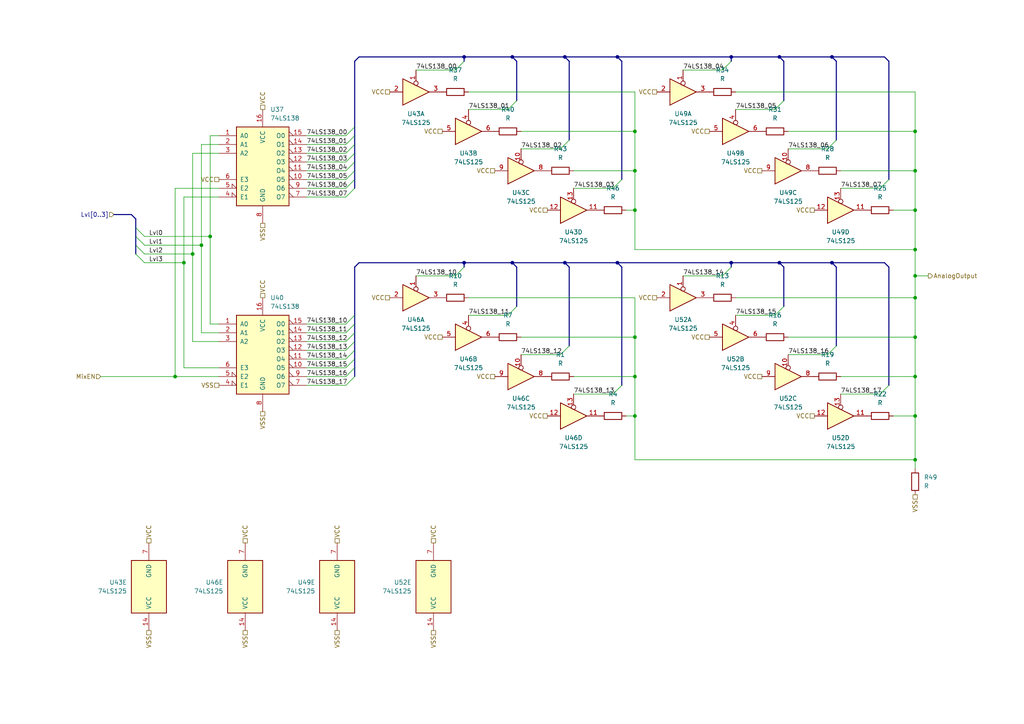
<source format=kicad_sch>
(kicad_sch (version 20230121) (generator eeschema)

  (uuid e2244bdc-c938-4308-967c-03cf387d4dfa)

  (paper "A4")

  (lib_symbols
    (symbol "74xx:74LS125" (pin_names (offset 1.016)) (in_bom yes) (on_board yes)
      (property "Reference" "U" (at 0 1.27 0)
        (effects (font (size 1.27 1.27)))
      )
      (property "Value" "74LS125" (at 0 -1.27 0)
        (effects (font (size 1.27 1.27)))
      )
      (property "Footprint" "" (at 0 0 0)
        (effects (font (size 1.27 1.27)) hide)
      )
      (property "Datasheet" "http://www.ti.com/lit/gpn/sn74LS125" (at 0 0 0)
        (effects (font (size 1.27 1.27)) hide)
      )
      (property "ki_locked" "" (at 0 0 0)
        (effects (font (size 1.27 1.27)))
      )
      (property "ki_keywords" "TTL buffer 3State" (at 0 0 0)
        (effects (font (size 1.27 1.27)) hide)
      )
      (property "ki_description" "Quad buffer 3-State outputs" (at 0 0 0)
        (effects (font (size 1.27 1.27)) hide)
      )
      (property "ki_fp_filters" "DIP*W7.62mm*" (at 0 0 0)
        (effects (font (size 1.27 1.27)) hide)
      )
      (symbol "74LS125_1_0"
        (polyline
          (pts
            (xy -3.81 3.81)
            (xy -3.81 -3.81)
            (xy 3.81 0)
            (xy -3.81 3.81)
          )
          (stroke (width 0.254) (type default))
          (fill (type background))
        )
        (pin input inverted (at 0 -6.35 90) (length 4.445)
          (name "~" (effects (font (size 1.27 1.27))))
          (number "1" (effects (font (size 1.27 1.27))))
        )
        (pin input line (at -7.62 0 0) (length 3.81)
          (name "~" (effects (font (size 1.27 1.27))))
          (number "2" (effects (font (size 1.27 1.27))))
        )
        (pin tri_state line (at 7.62 0 180) (length 3.81)
          (name "~" (effects (font (size 1.27 1.27))))
          (number "3" (effects (font (size 1.27 1.27))))
        )
      )
      (symbol "74LS125_2_0"
        (polyline
          (pts
            (xy -3.81 3.81)
            (xy -3.81 -3.81)
            (xy 3.81 0)
            (xy -3.81 3.81)
          )
          (stroke (width 0.254) (type default))
          (fill (type background))
        )
        (pin input inverted (at 0 -6.35 90) (length 4.445)
          (name "~" (effects (font (size 1.27 1.27))))
          (number "4" (effects (font (size 1.27 1.27))))
        )
        (pin input line (at -7.62 0 0) (length 3.81)
          (name "~" (effects (font (size 1.27 1.27))))
          (number "5" (effects (font (size 1.27 1.27))))
        )
        (pin tri_state line (at 7.62 0 180) (length 3.81)
          (name "~" (effects (font (size 1.27 1.27))))
          (number "6" (effects (font (size 1.27 1.27))))
        )
      )
      (symbol "74LS125_3_0"
        (polyline
          (pts
            (xy -3.81 3.81)
            (xy -3.81 -3.81)
            (xy 3.81 0)
            (xy -3.81 3.81)
          )
          (stroke (width 0.254) (type default))
          (fill (type background))
        )
        (pin input inverted (at 0 -6.35 90) (length 4.445)
          (name "~" (effects (font (size 1.27 1.27))))
          (number "10" (effects (font (size 1.27 1.27))))
        )
        (pin tri_state line (at 7.62 0 180) (length 3.81)
          (name "~" (effects (font (size 1.27 1.27))))
          (number "8" (effects (font (size 1.27 1.27))))
        )
        (pin input line (at -7.62 0 0) (length 3.81)
          (name "~" (effects (font (size 1.27 1.27))))
          (number "9" (effects (font (size 1.27 1.27))))
        )
      )
      (symbol "74LS125_4_0"
        (polyline
          (pts
            (xy -3.81 3.81)
            (xy -3.81 -3.81)
            (xy 3.81 0)
            (xy -3.81 3.81)
          )
          (stroke (width 0.254) (type default))
          (fill (type background))
        )
        (pin tri_state line (at 7.62 0 180) (length 3.81)
          (name "~" (effects (font (size 1.27 1.27))))
          (number "11" (effects (font (size 1.27 1.27))))
        )
        (pin input line (at -7.62 0 0) (length 3.81)
          (name "~" (effects (font (size 1.27 1.27))))
          (number "12" (effects (font (size 1.27 1.27))))
        )
        (pin input inverted (at 0 -6.35 90) (length 4.445)
          (name "~" (effects (font (size 1.27 1.27))))
          (number "13" (effects (font (size 1.27 1.27))))
        )
      )
      (symbol "74LS125_5_0"
        (pin power_in line (at 0 12.7 270) (length 5.08)
          (name "VCC" (effects (font (size 1.27 1.27))))
          (number "14" (effects (font (size 1.27 1.27))))
        )
        (pin power_in line (at 0 -12.7 90) (length 5.08)
          (name "GND" (effects (font (size 1.27 1.27))))
          (number "7" (effects (font (size 1.27 1.27))))
        )
      )
      (symbol "74LS125_5_1"
        (rectangle (start -5.08 7.62) (end 5.08 -7.62)
          (stroke (width 0.254) (type default))
          (fill (type background))
        )
      )
    )
    (symbol "74xx:74LS138" (pin_names (offset 1.016)) (in_bom yes) (on_board yes)
      (property "Reference" "U" (at -7.62 11.43 0)
        (effects (font (size 1.27 1.27)))
      )
      (property "Value" "74LS138" (at -7.62 -13.97 0)
        (effects (font (size 1.27 1.27)))
      )
      (property "Footprint" "" (at 0 0 0)
        (effects (font (size 1.27 1.27)) hide)
      )
      (property "Datasheet" "http://www.ti.com/lit/gpn/sn74LS138" (at 0 0 0)
        (effects (font (size 1.27 1.27)) hide)
      )
      (property "ki_locked" "" (at 0 0 0)
        (effects (font (size 1.27 1.27)))
      )
      (property "ki_keywords" "TTL DECOD DECOD8" (at 0 0 0)
        (effects (font (size 1.27 1.27)) hide)
      )
      (property "ki_description" "Decoder 3 to 8 active low outputs" (at 0 0 0)
        (effects (font (size 1.27 1.27)) hide)
      )
      (property "ki_fp_filters" "DIP?16*" (at 0 0 0)
        (effects (font (size 1.27 1.27)) hide)
      )
      (symbol "74LS138_1_0"
        (pin input line (at -12.7 7.62 0) (length 5.08)
          (name "A0" (effects (font (size 1.27 1.27))))
          (number "1" (effects (font (size 1.27 1.27))))
        )
        (pin output output_low (at 12.7 -5.08 180) (length 5.08)
          (name "O5" (effects (font (size 1.27 1.27))))
          (number "10" (effects (font (size 1.27 1.27))))
        )
        (pin output output_low (at 12.7 -2.54 180) (length 5.08)
          (name "O4" (effects (font (size 1.27 1.27))))
          (number "11" (effects (font (size 1.27 1.27))))
        )
        (pin output output_low (at 12.7 0 180) (length 5.08)
          (name "O3" (effects (font (size 1.27 1.27))))
          (number "12" (effects (font (size 1.27 1.27))))
        )
        (pin output output_low (at 12.7 2.54 180) (length 5.08)
          (name "O2" (effects (font (size 1.27 1.27))))
          (number "13" (effects (font (size 1.27 1.27))))
        )
        (pin output output_low (at 12.7 5.08 180) (length 5.08)
          (name "O1" (effects (font (size 1.27 1.27))))
          (number "14" (effects (font (size 1.27 1.27))))
        )
        (pin output output_low (at 12.7 7.62 180) (length 5.08)
          (name "O0" (effects (font (size 1.27 1.27))))
          (number "15" (effects (font (size 1.27 1.27))))
        )
        (pin power_in line (at 0 15.24 270) (length 5.08)
          (name "VCC" (effects (font (size 1.27 1.27))))
          (number "16" (effects (font (size 1.27 1.27))))
        )
        (pin input line (at -12.7 5.08 0) (length 5.08)
          (name "A1" (effects (font (size 1.27 1.27))))
          (number "2" (effects (font (size 1.27 1.27))))
        )
        (pin input line (at -12.7 2.54 0) (length 5.08)
          (name "A2" (effects (font (size 1.27 1.27))))
          (number "3" (effects (font (size 1.27 1.27))))
        )
        (pin input input_low (at -12.7 -10.16 0) (length 5.08)
          (name "E1" (effects (font (size 1.27 1.27))))
          (number "4" (effects (font (size 1.27 1.27))))
        )
        (pin input input_low (at -12.7 -7.62 0) (length 5.08)
          (name "E2" (effects (font (size 1.27 1.27))))
          (number "5" (effects (font (size 1.27 1.27))))
        )
        (pin input line (at -12.7 -5.08 0) (length 5.08)
          (name "E3" (effects (font (size 1.27 1.27))))
          (number "6" (effects (font (size 1.27 1.27))))
        )
        (pin output output_low (at 12.7 -10.16 180) (length 5.08)
          (name "O7" (effects (font (size 1.27 1.27))))
          (number "7" (effects (font (size 1.27 1.27))))
        )
        (pin power_in line (at 0 -17.78 90) (length 5.08)
          (name "GND" (effects (font (size 1.27 1.27))))
          (number "8" (effects (font (size 1.27 1.27))))
        )
        (pin output output_low (at 12.7 -7.62 180) (length 5.08)
          (name "O6" (effects (font (size 1.27 1.27))))
          (number "9" (effects (font (size 1.27 1.27))))
        )
      )
      (symbol "74LS138_1_1"
        (rectangle (start -7.62 10.16) (end 7.62 -12.7)
          (stroke (width 0.254) (type default))
          (fill (type background))
        )
      )
    )
    (symbol "Device:R" (pin_numbers hide) (pin_names (offset 0)) (in_bom yes) (on_board yes)
      (property "Reference" "R" (at 2.032 0 90)
        (effects (font (size 1.27 1.27)))
      )
      (property "Value" "R" (at 0 0 90)
        (effects (font (size 1.27 1.27)))
      )
      (property "Footprint" "" (at -1.778 0 90)
        (effects (font (size 1.27 1.27)) hide)
      )
      (property "Datasheet" "~" (at 0 0 0)
        (effects (font (size 1.27 1.27)) hide)
      )
      (property "ki_keywords" "R res resistor" (at 0 0 0)
        (effects (font (size 1.27 1.27)) hide)
      )
      (property "ki_description" "Resistor" (at 0 0 0)
        (effects (font (size 1.27 1.27)) hide)
      )
      (property "ki_fp_filters" "R_*" (at 0 0 0)
        (effects (font (size 1.27 1.27)) hide)
      )
      (symbol "R_0_1"
        (rectangle (start -1.016 -2.54) (end 1.016 2.54)
          (stroke (width 0.254) (type default))
          (fill (type none))
        )
      )
      (symbol "R_1_1"
        (pin passive line (at 0 3.81 270) (length 1.27)
          (name "~" (effects (font (size 1.27 1.27))))
          (number "1" (effects (font (size 1.27 1.27))))
        )
        (pin passive line (at 0 -3.81 90) (length 1.27)
          (name "~" (effects (font (size 1.27 1.27))))
          (number "2" (effects (font (size 1.27 1.27))))
        )
      )
    )
  )

  (junction (at 265.43 60.96) (diameter 0) (color 0 0 0 0)
    (uuid 077d37a1-5016-4813-a10c-e30d99177104)
  )
  (junction (at 241.3 16.51) (diameter 0) (color 0 0 0 0)
    (uuid 08aeb3e4-6b03-41cd-8631-77aeb6808754)
  )
  (junction (at 265.43 80.01) (diameter 0) (color 0 0 0 0)
    (uuid 18dd31da-f358-4851-9145-652cd79a2317)
  )
  (junction (at 265.43 86.36) (diameter 0) (color 0 0 0 0)
    (uuid 318d2a5b-76e3-475e-94a6-1633649b5fb4)
  )
  (junction (at 179.07 16.51) (diameter 0) (color 0 0 0 0)
    (uuid 368af839-1af6-4a76-905c-ead81c2e6bf8)
  )
  (junction (at 60.96 68.58) (diameter 0) (color 0 0 0 0)
    (uuid 38d0f387-8d94-4f1a-bfb8-34e7a617690c)
  )
  (junction (at 212.09 16.51) (diameter 0) (color 0 0 0 0)
    (uuid 439f4c6f-0374-4fff-b81a-31db5a89c512)
  )
  (junction (at 163.83 76.2) (diameter 0) (color 0 0 0 0)
    (uuid 534836f5-d174-42b2-b712-4687ed01590b)
  )
  (junction (at 58.42 71.12) (diameter 0) (color 0 0 0 0)
    (uuid 6d3369a2-3bdb-48c3-9373-96b0548d2a9b)
  )
  (junction (at 265.43 38.1) (diameter 0) (color 0 0 0 0)
    (uuid 707b985e-a9a9-4aeb-8681-e83ad85e388e)
  )
  (junction (at 241.3 76.2) (diameter 0) (color 0 0 0 0)
    (uuid 73d24c3b-04e5-4228-b912-813a0c58fc7b)
  )
  (junction (at 55.88 73.66) (diameter 0) (color 0 0 0 0)
    (uuid 78f2cfc5-ac58-4143-bd63-4195b2756abd)
  )
  (junction (at 184.15 97.79) (diameter 0) (color 0 0 0 0)
    (uuid 8fde89dc-046a-4dbf-8e04-a78ea99c391c)
  )
  (junction (at 265.43 49.53) (diameter 0) (color 0 0 0 0)
    (uuid 991c3172-d516-4b19-8e3a-8bc4bedc8818)
  )
  (junction (at 265.43 97.79) (diameter 0) (color 0 0 0 0)
    (uuid 9a5b27cc-6cac-4415-a148-e9021f9685b1)
  )
  (junction (at 226.06 76.2) (diameter 0) (color 0 0 0 0)
    (uuid afebe6e1-3298-448a-9617-a204705e7457)
  )
  (junction (at 53.34 76.2) (diameter 0) (color 0 0 0 0)
    (uuid b0a28f6e-5b0e-4908-b036-7443dc7680f3)
  )
  (junction (at 134.62 16.51) (diameter 0) (color 0 0 0 0)
    (uuid b11d8a51-9bb4-44be-b8e8-98c470eb8f27)
  )
  (junction (at 179.07 76.2) (diameter 0) (color 0 0 0 0)
    (uuid b17df9af-ab23-4af3-8e01-8b6ae2483853)
  )
  (junction (at 265.43 133.35) (diameter 0) (color 0 0 0 0)
    (uuid b755f1a1-b9e6-441b-aa20-2a0a63284258)
  )
  (junction (at 184.15 109.22) (diameter 0) (color 0 0 0 0)
    (uuid b99e0b4c-bd3e-47ed-b017-8b30eb16c62a)
  )
  (junction (at 265.43 72.39) (diameter 0) (color 0 0 0 0)
    (uuid ba93eccf-73b8-41a6-85b1-e10f65c3c715)
  )
  (junction (at 226.06 16.51) (diameter 0) (color 0 0 0 0)
    (uuid bf2eb1b1-cd24-4d4e-bb1a-4d54f10e4b18)
  )
  (junction (at 50.8 109.22) (diameter 0) (color 0 0 0 0)
    (uuid c1b904de-ebe5-44b7-8a21-f7bb5e98eef7)
  )
  (junction (at 148.59 76.2) (diameter 0) (color 0 0 0 0)
    (uuid c409d08a-b88a-4b52-b176-1fcbe81de104)
  )
  (junction (at 212.09 76.2) (diameter 0) (color 0 0 0 0)
    (uuid c7a84448-5c23-4178-9da2-37997b52016a)
  )
  (junction (at 163.83 16.51) (diameter 0) (color 0 0 0 0)
    (uuid cfc532c6-4fbd-48a7-b5bc-320814691144)
  )
  (junction (at 184.15 120.65) (diameter 0) (color 0 0 0 0)
    (uuid d7feed9d-5f39-482e-86c9-bd6c6a86e561)
  )
  (junction (at 184.15 49.53) (diameter 0) (color 0 0 0 0)
    (uuid d9bf9d06-4aad-418c-81b4-0d63bd72be9e)
  )
  (junction (at 265.43 120.65) (diameter 0) (color 0 0 0 0)
    (uuid dbdd1a71-9aca-428b-b626-5581e2cda4fa)
  )
  (junction (at 184.15 60.96) (diameter 0) (color 0 0 0 0)
    (uuid dc5142ac-6638-4253-8637-e7868ac25cce)
  )
  (junction (at 134.62 76.2) (diameter 0) (color 0 0 0 0)
    (uuid dcb1d929-5d09-425a-a4f9-84c85f6a9b83)
  )
  (junction (at 184.15 38.1) (diameter 0) (color 0 0 0 0)
    (uuid e24ee732-50cd-4208-927e-90fdcd11acec)
  )
  (junction (at 148.59 16.51) (diameter 0) (color 0 0 0 0)
    (uuid f2df9408-f93a-4ef2-a5e7-b0a394207940)
  )
  (junction (at 265.43 109.22) (diameter 0) (color 0 0 0 0)
    (uuid f5ee5f56-1140-4a8d-a273-d59a64c753af)
  )

  (bus_entry (at 100.33 93.98) (size 2.54 -2.54)
    (stroke (width 0) (type default))
    (uuid 0eddcf9f-9c60-4892-a51d-334689f37691)
  )
  (bus_entry (at 177.8 54.61) (size 2.54 -2.54)
    (stroke (width 0) (type default))
    (uuid 1838edac-9c52-4bed-8c57-6fc72b1c2d87)
  )
  (bus_entry (at 100.33 52.07) (size 2.54 -2.54)
    (stroke (width 0) (type default))
    (uuid 27c28a70-83e4-4802-ab4c-adbd2abf1b38)
  )
  (bus_entry (at 132.08 20.32) (size 2.54 -2.54)
    (stroke (width 0) (type default))
    (uuid 2cfeb09e-bf9c-4408-88f2-adf18f45acae)
  )
  (bus_entry (at 100.33 46.99) (size 2.54 -2.54)
    (stroke (width 0) (type default))
    (uuid 336b3506-544b-406d-bc10-a610d703b9d1)
  )
  (bus_entry (at 255.27 54.61) (size 2.54 -2.54)
    (stroke (width 0) (type default))
    (uuid 35634baf-8968-45c6-b965-380225a6e8b0)
  )
  (bus_entry (at 224.79 91.44) (size 2.54 -2.54)
    (stroke (width 0) (type default))
    (uuid 37e95cc8-587b-4613-b778-36194a978438)
  )
  (bus_entry (at 100.33 99.06) (size 2.54 -2.54)
    (stroke (width 0) (type default))
    (uuid 38231f94-0878-4269-843e-0e156c26ba1d)
  )
  (bus_entry (at 240.03 43.18) (size 2.54 -2.54)
    (stroke (width 0) (type default))
    (uuid 4ca2867c-617f-4d55-be83-4d2eca49e516)
  )
  (bus_entry (at 100.33 41.91) (size 2.54 -2.54)
    (stroke (width 0) (type default))
    (uuid 4f97c233-a137-477c-ba36-b02040498b54)
  )
  (bus_entry (at 100.33 109.22) (size 2.54 -2.54)
    (stroke (width 0) (type default))
    (uuid 55e1785b-b70f-4bfc-82e9-63a6813da500)
  )
  (bus_entry (at 147.32 91.44) (size 2.54 -2.54)
    (stroke (width 0) (type default))
    (uuid 581a9e55-9d61-4762-bca4-f48b7d3217cd)
  )
  (bus_entry (at 100.33 39.37) (size 2.54 -2.54)
    (stroke (width 0) (type default))
    (uuid 5dc11b2d-8baf-46e0-9fcf-28a238577650)
  )
  (bus_entry (at 177.8 114.3) (size 2.54 -2.54)
    (stroke (width 0) (type default))
    (uuid 6566ba8d-bb9d-4655-a19b-7b7ccb08c4fd)
  )
  (bus_entry (at 240.03 102.87) (size 2.54 -2.54)
    (stroke (width 0) (type default))
    (uuid 6bbec4ef-15b7-4754-ad2d-26b4137806df)
  )
  (bus_entry (at 39.37 66.04) (size 2.54 2.54)
    (stroke (width 0) (type default))
    (uuid 791d0e28-5eef-4f4b-b7de-346ad79d67bb)
  )
  (bus_entry (at 100.33 106.68) (size 2.54 -2.54)
    (stroke (width 0) (type default))
    (uuid 849e2e6e-7ca8-47f0-b16c-3b20bf4c58c9)
  )
  (bus_entry (at 39.37 73.66) (size 2.54 2.54)
    (stroke (width 0) (type default))
    (uuid 92ef36ae-dedd-4e38-88a4-4c3430cd8a4a)
  )
  (bus_entry (at 100.33 49.53) (size 2.54 -2.54)
    (stroke (width 0) (type default))
    (uuid 9ea0cea0-368a-4309-97bf-40741de221ed)
  )
  (bus_entry (at 39.37 68.58) (size 2.54 2.54)
    (stroke (width 0) (type default))
    (uuid a33a73ac-0d42-4bfa-96f1-e7ad9614ee58)
  )
  (bus_entry (at 224.79 31.75) (size 2.54 -2.54)
    (stroke (width 0) (type default))
    (uuid a68a5ea0-5a6b-4162-91ff-990b90979714)
  )
  (bus_entry (at 255.27 114.3) (size 2.54 -2.54)
    (stroke (width 0) (type default))
    (uuid a7606cb6-d5ac-4766-af4c-34b8011b2d06)
  )
  (bus_entry (at 100.33 104.14) (size 2.54 -2.54)
    (stroke (width 0) (type default))
    (uuid acc9dc0c-3023-4294-9441-2ee12e4dfc36)
  )
  (bus_entry (at 132.08 80.01) (size 2.54 -2.54)
    (stroke (width 0) (type default))
    (uuid b2f2394b-38af-47c4-97f0-8435220eb34d)
  )
  (bus_entry (at 100.33 54.61) (size 2.54 -2.54)
    (stroke (width 0) (type default))
    (uuid cd6329eb-458d-410f-a954-199961ffae18)
  )
  (bus_entry (at 209.55 20.32) (size 2.54 -2.54)
    (stroke (width 0) (type default))
    (uuid dc159f88-3eee-455f-bc89-13fee08c354c)
  )
  (bus_entry (at 162.56 43.18) (size 2.54 -2.54)
    (stroke (width 0) (type default))
    (uuid dd11d19a-be83-4ff0-b5fd-6bdd4ef42435)
  )
  (bus_entry (at 147.32 31.75) (size 2.54 -2.54)
    (stroke (width 0) (type default))
    (uuid e08a27d9-54d7-4588-969f-f605b531f638)
  )
  (bus_entry (at 209.55 80.01) (size 2.54 -2.54)
    (stroke (width 0) (type default))
    (uuid e0d2c263-499c-4b79-ac01-2c25a2cb68e9)
  )
  (bus_entry (at 100.33 111.76) (size 2.54 -2.54)
    (stroke (width 0) (type default))
    (uuid e19b8f77-a365-4450-865a-d81dcf59adfe)
  )
  (bus_entry (at 100.33 57.15) (size 2.54 -2.54)
    (stroke (width 0) (type default))
    (uuid e29ce4d8-34ed-4d05-bdc3-3d2dd11f89a4)
  )
  (bus_entry (at 39.37 71.12) (size 2.54 2.54)
    (stroke (width 0) (type default))
    (uuid efbefdb5-4d55-4f9d-a79c-e015787d2e2e)
  )
  (bus_entry (at 100.33 101.6) (size 2.54 -2.54)
    (stroke (width 0) (type default))
    (uuid f4e2bb7a-9113-41f2-aefe-0a6411a1c2f3)
  )
  (bus_entry (at 162.56 102.87) (size 2.54 -2.54)
    (stroke (width 0) (type default))
    (uuid f5041730-a9ca-41d4-81e0-53077750ca5f)
  )
  (bus_entry (at 100.33 96.52) (size 2.54 -2.54)
    (stroke (width 0) (type default))
    (uuid f65015dc-e6f8-46c7-a91c-969c86a7b9b4)
  )
  (bus_entry (at 100.33 44.45) (size 2.54 -2.54)
    (stroke (width 0) (type default))
    (uuid fd886219-5a1d-4b52-97bc-4e7f0a2bbe2a)
  )

  (bus (pts (xy 149.86 88.9) (xy 149.86 77.47))
    (stroke (width 0) (type default))
    (uuid 0010b78e-c4d3-45ed-a8db-0d346456a289)
  )

  (wire (pts (xy 88.9 41.91) (xy 100.33 41.91))
    (stroke (width 0) (type default))
    (uuid 00ab667f-1862-46c0-86f5-a1d22abf7dd1)
  )
  (bus (pts (xy 104.14 76.2) (xy 134.62 76.2))
    (stroke (width 0) (type default))
    (uuid 01ac7787-aee2-45c7-b0a1-47d33281fd33)
  )

  (wire (pts (xy 88.9 54.61) (xy 100.33 54.61))
    (stroke (width 0) (type default))
    (uuid 02ba2246-2c8b-4cd4-9994-8d2cb31b5bb0)
  )
  (bus (pts (xy 149.86 17.78) (xy 148.59 16.51))
    (stroke (width 0) (type default))
    (uuid 02f4258c-53bf-4e89-b2aa-d93eaa0265f1)
  )

  (wire (pts (xy 198.12 20.32) (xy 209.55 20.32))
    (stroke (width 0) (type default))
    (uuid 04277472-9e62-4abb-95a4-799058cce592)
  )
  (bus (pts (xy 180.34 17.78) (xy 179.07 16.51))
    (stroke (width 0) (type default))
    (uuid 05c2612d-0ea9-4c77-b6ac-914d5ef98e18)
  )

  (wire (pts (xy 88.9 109.22) (xy 100.33 109.22))
    (stroke (width 0) (type default))
    (uuid 07e53adc-94fa-4322-96d7-76075240a35d)
  )
  (wire (pts (xy 41.91 68.58) (xy 60.96 68.58))
    (stroke (width 0) (type default))
    (uuid 07f120a6-1001-4b68-a779-5f9620472f1b)
  )
  (bus (pts (xy 212.09 76.2) (xy 226.06 76.2))
    (stroke (width 0) (type default))
    (uuid 09cac044-7eb4-4684-a011-eab35dd7f274)
  )
  (bus (pts (xy 102.87 96.52) (xy 102.87 93.98))
    (stroke (width 0) (type default))
    (uuid 0bd09092-54a6-49c3-b03c-06e927440cff)
  )

  (wire (pts (xy 228.6 43.18) (xy 240.03 43.18))
    (stroke (width 0) (type default))
    (uuid 10a1cba2-3447-43fa-8885-376f8d17fec1)
  )
  (bus (pts (xy 226.06 76.2) (xy 241.3 76.2))
    (stroke (width 0) (type default))
    (uuid 13db9cf5-7614-4bd8-b8f5-b6df5f640a81)
  )

  (wire (pts (xy 184.15 109.22) (xy 184.15 97.79))
    (stroke (width 0) (type default))
    (uuid 17257def-4729-49c9-a3c8-3ccc3a4f00b0)
  )
  (bus (pts (xy 165.1 40.64) (xy 165.1 17.78))
    (stroke (width 0) (type default))
    (uuid 17742088-348d-4b31-acce-5548ac04ad66)
  )

  (wire (pts (xy 50.8 54.61) (xy 63.5 54.61))
    (stroke (width 0) (type default))
    (uuid 18381408-95b9-45ad-9617-aa83cb4a062b)
  )
  (wire (pts (xy 166.37 114.3) (xy 177.8 114.3))
    (stroke (width 0) (type default))
    (uuid 183d0d7b-2a41-4148-a659-2b9e8b279db3)
  )
  (wire (pts (xy 265.43 60.96) (xy 265.43 49.53))
    (stroke (width 0) (type default))
    (uuid 186e5a2b-bc39-41c4-8f74-5e2f908eff06)
  )
  (wire (pts (xy 265.43 80.01) (xy 269.24 80.01))
    (stroke (width 0) (type default))
    (uuid 1ddae067-abae-4534-a82d-db6d9c4d86bf)
  )
  (bus (pts (xy 102.87 77.47) (xy 104.14 76.2))
    (stroke (width 0) (type default))
    (uuid 20412f26-cf6a-4523-84b3-0a9118bbeb7b)
  )

  (wire (pts (xy 55.88 99.06) (xy 63.5 99.06))
    (stroke (width 0) (type default))
    (uuid 220ca291-95c7-4938-98d9-a7d0220565b3)
  )
  (bus (pts (xy 39.37 68.58) (xy 39.37 66.04))
    (stroke (width 0) (type default))
    (uuid 22506bce-8cd9-41f3-9716-464b0801ca6c)
  )

  (wire (pts (xy 265.43 120.65) (xy 265.43 133.35))
    (stroke (width 0) (type default))
    (uuid 23c02bd8-5c5f-42b5-8417-cabd62ac5fdd)
  )
  (bus (pts (xy 227.33 17.78) (xy 226.06 16.51))
    (stroke (width 0) (type default))
    (uuid 290d9ae8-7888-494b-ad03-f9a1eb90ea3b)
  )

  (wire (pts (xy 184.15 26.67) (xy 135.89 26.67))
    (stroke (width 0) (type default))
    (uuid 2bf37fa5-3803-421d-9314-e435a7165c1b)
  )
  (bus (pts (xy 241.3 16.51) (xy 256.54 16.51))
    (stroke (width 0) (type default))
    (uuid 2d04ebc4-48ab-4512-a116-7004f56e3f0b)
  )

  (wire (pts (xy 228.6 97.79) (xy 265.43 97.79))
    (stroke (width 0) (type default))
    (uuid 2d8a4e04-4794-4593-9409-e2b74091a39e)
  )
  (bus (pts (xy 102.87 46.99) (xy 102.87 49.53))
    (stroke (width 0) (type default))
    (uuid 2fa71d68-e31e-4e1c-812d-26c70a34cc97)
  )
  (bus (pts (xy 227.33 77.47) (xy 226.06 76.2))
    (stroke (width 0) (type default))
    (uuid 317e72d3-14f6-45f3-bf94-bacada763fc4)
  )

  (wire (pts (xy 166.37 49.53) (xy 184.15 49.53))
    (stroke (width 0) (type default))
    (uuid 31fecfd3-309d-4baf-ae70-a58a4d761801)
  )
  (wire (pts (xy 184.15 86.36) (xy 135.89 86.36))
    (stroke (width 0) (type default))
    (uuid 331ca033-c39f-4058-aec9-571fba564893)
  )
  (wire (pts (xy 41.91 73.66) (xy 55.88 73.66))
    (stroke (width 0) (type default))
    (uuid 331e136b-3836-4a46-88e6-830c264f9126)
  )
  (wire (pts (xy 265.43 72.39) (xy 265.43 60.96))
    (stroke (width 0) (type default))
    (uuid 38592b40-d179-421c-a4be-8ce2871e59d9)
  )
  (bus (pts (xy 102.87 36.83) (xy 102.87 39.37))
    (stroke (width 0) (type default))
    (uuid 386c52c2-4ace-4cfd-99d0-350c0ddca1a7)
  )
  (bus (pts (xy 102.87 17.78) (xy 102.87 36.83))
    (stroke (width 0) (type default))
    (uuid 3913bd16-ef40-46f7-82c4-ad6b990973ba)
  )

  (wire (pts (xy 151.13 43.18) (xy 162.56 43.18))
    (stroke (width 0) (type default))
    (uuid 399d584a-733b-4296-b291-bde7c21e8d5b)
  )
  (wire (pts (xy 184.15 120.65) (xy 184.15 133.35))
    (stroke (width 0) (type default))
    (uuid 3b2ae517-f148-4762-8a61-18d724d46dce)
  )
  (wire (pts (xy 60.96 39.37) (xy 63.5 39.37))
    (stroke (width 0) (type default))
    (uuid 404e6c6c-98ef-4b97-93e0-5dbb46919a91)
  )
  (wire (pts (xy 41.91 71.12) (xy 58.42 71.12))
    (stroke (width 0) (type default))
    (uuid 421762c0-0216-4ebd-97fa-a34bcceaefd5)
  )
  (wire (pts (xy 184.15 60.96) (xy 184.15 72.39))
    (stroke (width 0) (type default))
    (uuid 4263c0ee-ef48-4d17-9b87-8d427062d571)
  )
  (wire (pts (xy 63.5 44.45) (xy 55.88 44.45))
    (stroke (width 0) (type default))
    (uuid 42f32699-1e91-4468-834c-c01b205dbec9)
  )
  (bus (pts (xy 39.37 66.04) (xy 39.37 63.5))
    (stroke (width 0) (type default))
    (uuid 457e9e06-0a15-4ba4-a947-43b7229b1b07)
  )
  (bus (pts (xy 149.86 77.47) (xy 148.59 76.2))
    (stroke (width 0) (type default))
    (uuid 4703ba1c-d0c1-4dc0-b29c-768a8bf4adc4)
  )

  (wire (pts (xy 243.84 54.61) (xy 255.27 54.61))
    (stroke (width 0) (type default))
    (uuid 473d71b5-6a15-4a62-878a-9720616ff299)
  )
  (bus (pts (xy 180.34 77.47) (xy 179.07 76.2))
    (stroke (width 0) (type default))
    (uuid 483ba7e7-b5b6-4f2b-b99e-69a29a1c6362)
  )

  (wire (pts (xy 53.34 76.2) (xy 53.34 106.68))
    (stroke (width 0) (type default))
    (uuid 4a13dc96-107e-450a-b563-140d97ebcde3)
  )
  (wire (pts (xy 50.8 109.22) (xy 50.8 54.61))
    (stroke (width 0) (type default))
    (uuid 4a7c17ee-759a-4a21-8af9-0a503f467a7f)
  )
  (wire (pts (xy 213.36 31.75) (xy 224.79 31.75))
    (stroke (width 0) (type default))
    (uuid 4c2ae6e8-449b-4693-a5ca-4fe350f00f63)
  )
  (wire (pts (xy 88.9 57.15) (xy 100.33 57.15))
    (stroke (width 0) (type default))
    (uuid 4c75aa95-713d-4c2b-98dc-54ebb1b96caa)
  )
  (wire (pts (xy 151.13 97.79) (xy 184.15 97.79))
    (stroke (width 0) (type default))
    (uuid 4d56ab8c-1b94-4d74-89dd-b07c01307848)
  )
  (bus (pts (xy 102.87 52.07) (xy 102.87 54.61))
    (stroke (width 0) (type default))
    (uuid 4d88a2b1-1f6e-4c88-b19d-5f968d5bd4bf)
  )

  (wire (pts (xy 259.08 120.65) (xy 265.43 120.65))
    (stroke (width 0) (type default))
    (uuid 4ebc9470-0826-4510-bdb8-ecb59e61ca86)
  )
  (bus (pts (xy 179.07 76.2) (xy 212.09 76.2))
    (stroke (width 0) (type default))
    (uuid 4fe2b755-5414-4876-9ba9-2b5af3dabe8a)
  )

  (wire (pts (xy 213.36 91.44) (xy 224.79 91.44))
    (stroke (width 0) (type default))
    (uuid 530ac6f8-08f9-4996-9724-cdf1e30337a6)
  )
  (wire (pts (xy 243.84 49.53) (xy 265.43 49.53))
    (stroke (width 0) (type default))
    (uuid 54b5ee5f-06e2-4ecc-b012-b5aafb14f56e)
  )
  (bus (pts (xy 148.59 16.51) (xy 163.83 16.51))
    (stroke (width 0) (type default))
    (uuid 56712138-bb2d-4768-a2d9-4b48351b7b8f)
  )
  (bus (pts (xy 241.3 76.2) (xy 256.54 76.2))
    (stroke (width 0) (type default))
    (uuid 573f8701-eba1-488d-9056-5db8f0f8e331)
  )
  (bus (pts (xy 165.1 100.33) (xy 165.1 77.47))
    (stroke (width 0) (type default))
    (uuid 57400942-86ab-49cc-9366-6567388ef701)
  )
  (bus (pts (xy 163.83 16.51) (xy 179.07 16.51))
    (stroke (width 0) (type default))
    (uuid 57aa2de2-1872-4e4c-b313-e026c7b966e5)
  )

  (wire (pts (xy 88.9 49.53) (xy 100.33 49.53))
    (stroke (width 0) (type default))
    (uuid 57fcd380-5777-470a-a5cb-6d6832599871)
  )
  (wire (pts (xy 53.34 106.68) (xy 63.5 106.68))
    (stroke (width 0) (type default))
    (uuid 5cf33d15-faf7-42e6-a2de-0b00608c271f)
  )
  (bus (pts (xy 39.37 71.12) (xy 39.37 68.58))
    (stroke (width 0) (type default))
    (uuid 5cfb1708-23c5-4616-bd41-0bd200a28e08)
  )

  (wire (pts (xy 135.89 31.75) (xy 147.32 31.75))
    (stroke (width 0) (type default))
    (uuid 5f2788d0-75ae-4a50-b92f-6c9b316def23)
  )
  (bus (pts (xy 256.54 76.2) (xy 257.81 77.47))
    (stroke (width 0) (type default))
    (uuid 602fa205-2cf7-475e-8e91-74e264095bf4)
  )

  (wire (pts (xy 265.43 38.1) (xy 265.43 26.67))
    (stroke (width 0) (type default))
    (uuid 61069c15-7038-4971-82d8-a6b9c89da353)
  )
  (wire (pts (xy 135.89 91.44) (xy 147.32 91.44))
    (stroke (width 0) (type default))
    (uuid 61d31828-6eb0-40a6-a36a-6a0d7b09f48a)
  )
  (bus (pts (xy 102.87 106.68) (xy 102.87 104.14))
    (stroke (width 0) (type default))
    (uuid 63377b43-08ae-40bb-a580-5e58b3de99be)
  )

  (wire (pts (xy 55.88 44.45) (xy 55.88 73.66))
    (stroke (width 0) (type default))
    (uuid 64188e3d-29ba-4991-8570-c0682fd5a2a8)
  )
  (wire (pts (xy 88.9 101.6) (xy 100.33 101.6))
    (stroke (width 0) (type default))
    (uuid 664992fa-96e3-477f-83c1-b76f263ced23)
  )
  (bus (pts (xy 148.59 76.2) (xy 163.83 76.2))
    (stroke (width 0) (type default))
    (uuid 6692e904-99bd-4f05-b21b-0dd033070592)
  )
  (bus (pts (xy 102.87 49.53) (xy 102.87 52.07))
    (stroke (width 0) (type default))
    (uuid 66d7779a-8ab1-448f-ac95-ba8e2c74430d)
  )

  (wire (pts (xy 88.9 46.99) (xy 100.33 46.99))
    (stroke (width 0) (type default))
    (uuid 677d4f12-6d2c-4753-a1a2-7d25facbe981)
  )
  (wire (pts (xy 265.43 80.01) (xy 265.43 86.36))
    (stroke (width 0) (type default))
    (uuid 67fe8e37-13bd-4f1b-bc4a-f5e88a8efc22)
  )
  (wire (pts (xy 259.08 60.96) (xy 265.43 60.96))
    (stroke (width 0) (type default))
    (uuid 68b29249-309f-4955-b170-5adb5f0bd9f2)
  )
  (bus (pts (xy 227.33 29.21) (xy 227.33 17.78))
    (stroke (width 0) (type default))
    (uuid 6fd5effa-6f20-4e2e-9de3-176daba64f26)
  )

  (wire (pts (xy 265.43 133.35) (xy 265.43 135.89))
    (stroke (width 0) (type default))
    (uuid 709753f6-5592-4629-b1db-f71c391d1c23)
  )
  (wire (pts (xy 60.96 93.98) (xy 63.5 93.98))
    (stroke (width 0) (type default))
    (uuid 71d9443d-6af9-444c-bb12-16540682f2ef)
  )
  (bus (pts (xy 163.83 76.2) (xy 179.07 76.2))
    (stroke (width 0) (type default))
    (uuid 72095ef6-5f51-4f3d-b911-2dc2e17a0e25)
  )

  (wire (pts (xy 88.9 99.06) (xy 100.33 99.06))
    (stroke (width 0) (type default))
    (uuid 722b016a-97ec-4d20-a794-571b6689d75e)
  )
  (bus (pts (xy 134.62 76.2) (xy 148.59 76.2))
    (stroke (width 0) (type default))
    (uuid 726ff806-aed3-4e79-baa6-69038fc1096b)
  )

  (wire (pts (xy 60.96 68.58) (xy 60.96 93.98))
    (stroke (width 0) (type default))
    (uuid 74998c40-bb33-4bb2-9466-f574467267e3)
  )
  (bus (pts (xy 242.57 40.64) (xy 242.57 17.78))
    (stroke (width 0) (type default))
    (uuid 759ceec3-e2f6-44d7-9afe-1569a79fd817)
  )
  (bus (pts (xy 212.09 16.51) (xy 212.09 17.78))
    (stroke (width 0) (type default))
    (uuid 76b1e664-6e5c-44be-bd7b-0c28e5a4535c)
  )

  (wire (pts (xy 213.36 86.36) (xy 265.43 86.36))
    (stroke (width 0) (type default))
    (uuid 76d52f74-ef56-41c7-adf2-42be33b6f3c0)
  )
  (bus (pts (xy 102.87 104.14) (xy 102.87 101.6))
    (stroke (width 0) (type default))
    (uuid 79465ea7-63eb-4015-a4e5-e95457cb2d63)
  )
  (bus (pts (xy 33.02 62.23) (xy 38.1 62.23))
    (stroke (width 0) (type default))
    (uuid 7c93389d-f772-41cb-80f6-23e2ee2c9039)
  )

  (wire (pts (xy 88.9 39.37) (xy 100.33 39.37))
    (stroke (width 0) (type default))
    (uuid 7d34f70d-0f1b-469e-8f09-39f10d107b72)
  )
  (bus (pts (xy 104.14 16.51) (xy 134.62 16.51))
    (stroke (width 0) (type default))
    (uuid 8061dc90-ea6c-48ec-89c7-eb83d1fafabf)
  )
  (bus (pts (xy 102.87 99.06) (xy 102.87 96.52))
    (stroke (width 0) (type default))
    (uuid 80f65446-905b-409f-b43a-04cef4cdd5cb)
  )

  (wire (pts (xy 58.42 96.52) (xy 58.42 71.12))
    (stroke (width 0) (type default))
    (uuid 817d6345-5109-4d55-945d-2bc29f7c097a)
  )
  (wire (pts (xy 88.9 111.76) (xy 100.33 111.76))
    (stroke (width 0) (type default))
    (uuid 826ac203-9fbc-4705-b26e-f1ac59105329)
  )
  (wire (pts (xy 265.43 97.79) (xy 265.43 109.22))
    (stroke (width 0) (type default))
    (uuid 8799b753-b76c-43de-ab47-390458cc12b0)
  )
  (bus (pts (xy 242.57 17.78) (xy 241.3 16.51))
    (stroke (width 0) (type default))
    (uuid 8bb07d1d-2c33-49cd-9989-d538bac3721f)
  )
  (bus (pts (xy 227.33 88.9) (xy 227.33 77.47))
    (stroke (width 0) (type default))
    (uuid 8dab1d68-fe17-4a9d-b84c-3f2afe860696)
  )

  (wire (pts (xy 181.61 60.96) (xy 184.15 60.96))
    (stroke (width 0) (type default))
    (uuid 8ec81268-b8cd-4091-aa3c-a4173c4a383c)
  )
  (bus (pts (xy 256.54 16.51) (xy 257.81 17.78))
    (stroke (width 0) (type default))
    (uuid 91ab6323-836d-4700-9dd2-42409772ef30)
  )
  (bus (pts (xy 102.87 44.45) (xy 102.87 46.99))
    (stroke (width 0) (type default))
    (uuid 9577d1de-77fc-4b3c-9768-e088d43a050b)
  )

  (wire (pts (xy 88.9 93.98) (xy 100.33 93.98))
    (stroke (width 0) (type default))
    (uuid 9685b3cd-b7c6-4d0c-9553-0aeec93a7639)
  )
  (bus (pts (xy 257.81 77.47) (xy 257.81 111.76))
    (stroke (width 0) (type default))
    (uuid 977ede29-8763-420f-8d59-5e82712e2452)
  )

  (wire (pts (xy 63.5 96.52) (xy 58.42 96.52))
    (stroke (width 0) (type default))
    (uuid 97dc27d5-bf2d-4a06-b347-012c92eb53b3)
  )
  (bus (pts (xy 212.09 16.51) (xy 226.06 16.51))
    (stroke (width 0) (type default))
    (uuid 9b6ad8c0-0a22-4e80-bc5b-e35691350175)
  )

  (wire (pts (xy 184.15 97.79) (xy 184.15 86.36))
    (stroke (width 0) (type default))
    (uuid 9cdea71c-503a-49be-be21-2e23211270ae)
  )
  (wire (pts (xy 184.15 49.53) (xy 184.15 38.1))
    (stroke (width 0) (type default))
    (uuid 9ea5da5c-d68c-475d-b17e-65e287a2f57c)
  )
  (wire (pts (xy 184.15 38.1) (xy 184.15 26.67))
    (stroke (width 0) (type default))
    (uuid 9f2565fb-364c-4f78-90a7-9db4ee696308)
  )
  (wire (pts (xy 63.5 57.15) (xy 53.34 57.15))
    (stroke (width 0) (type default))
    (uuid a0961322-be44-4d48-b12f-69ab20a2aa17)
  )
  (wire (pts (xy 265.43 26.67) (xy 213.36 26.67))
    (stroke (width 0) (type default))
    (uuid a220e3b8-ed2f-4285-849c-443b83800982)
  )
  (bus (pts (xy 165.1 17.78) (xy 163.83 16.51))
    (stroke (width 0) (type default))
    (uuid a242b3ed-8296-4252-9441-cc0f0894b8c2)
  )
  (bus (pts (xy 179.07 16.51) (xy 212.09 16.51))
    (stroke (width 0) (type default))
    (uuid a28635fb-da59-4d0b-a9e3-13c40fed01e0)
  )

  (wire (pts (xy 41.91 76.2) (xy 53.34 76.2))
    (stroke (width 0) (type default))
    (uuid a4dc41e9-80a4-4deb-b755-529527688490)
  )
  (bus (pts (xy 212.09 76.2) (xy 212.09 77.47))
    (stroke (width 0) (type default))
    (uuid a7638226-386b-40f7-91ac-38477d196c98)
  )
  (bus (pts (xy 102.87 109.22) (xy 102.87 106.68))
    (stroke (width 0) (type default))
    (uuid a9061a0b-3356-4cd7-b6d2-c4c0d95af554)
  )

  (wire (pts (xy 58.42 41.91) (xy 63.5 41.91))
    (stroke (width 0) (type default))
    (uuid a98217a0-aec7-4c83-8cfe-8b603974c009)
  )
  (wire (pts (xy 50.8 109.22) (xy 63.5 109.22))
    (stroke (width 0) (type default))
    (uuid ada7c9e4-4e37-45cf-9fa6-c58fe190ec18)
  )
  (wire (pts (xy 151.13 102.87) (xy 162.56 102.87))
    (stroke (width 0) (type default))
    (uuid adf21183-2a2a-4267-89e1-c3ddbb88ccc0)
  )
  (wire (pts (xy 29.21 109.22) (xy 50.8 109.22))
    (stroke (width 0) (type default))
    (uuid ae6040a6-15a5-4fe8-8cbd-089a80a5e3a4)
  )
  (wire (pts (xy 265.43 109.22) (xy 265.43 120.65))
    (stroke (width 0) (type default))
    (uuid b1244347-f1d5-47ff-aaf6-44f5afef5107)
  )
  (bus (pts (xy 39.37 73.66) (xy 39.37 71.12))
    (stroke (width 0) (type default))
    (uuid b2703e91-cb9a-4785-8f8b-ed5f7c54d96c)
  )

  (wire (pts (xy 88.9 96.52) (xy 100.33 96.52))
    (stroke (width 0) (type default))
    (uuid b27bef90-77cf-4490-93fc-8c9d336853ca)
  )
  (wire (pts (xy 151.13 38.1) (xy 184.15 38.1))
    (stroke (width 0) (type default))
    (uuid b3430c31-2028-48dd-90d4-2bcad65cbb26)
  )
  (wire (pts (xy 243.84 114.3) (xy 255.27 114.3))
    (stroke (width 0) (type default))
    (uuid b3b07ce0-fab6-4caa-bee0-5f38acb57a05)
  )
  (wire (pts (xy 181.61 120.65) (xy 184.15 120.65))
    (stroke (width 0) (type default))
    (uuid b4996849-4ad9-43f3-917c-be9c77d999f1)
  )
  (wire (pts (xy 184.15 60.96) (xy 184.15 49.53))
    (stroke (width 0) (type default))
    (uuid b87849de-5c96-4641-a2f5-dc5c34aedb4e)
  )
  (bus (pts (xy 134.62 16.51) (xy 148.59 16.51))
    (stroke (width 0) (type default))
    (uuid be1e5276-5f9a-46ae-97a3-388dc527b53b)
  )

  (wire (pts (xy 53.34 57.15) (xy 53.34 76.2))
    (stroke (width 0) (type default))
    (uuid c15a9575-25f4-4192-9211-e6ecea77d2e5)
  )
  (wire (pts (xy 184.15 120.65) (xy 184.15 109.22))
    (stroke (width 0) (type default))
    (uuid c173222e-bcac-49fc-b5fa-f90d847fe6f5)
  )
  (wire (pts (xy 265.43 86.36) (xy 265.43 97.79))
    (stroke (width 0) (type default))
    (uuid c2b6c6c9-94e2-46a7-adda-48553b92d8ed)
  )
  (bus (pts (xy 134.62 76.2) (xy 134.62 77.47))
    (stroke (width 0) (type default))
    (uuid c5271a51-30ce-4cc6-b889-d6fdda6303d1)
  )

  (wire (pts (xy 88.9 52.07) (xy 100.33 52.07))
    (stroke (width 0) (type default))
    (uuid c6572b98-97da-42d3-8c37-35366ac39cc2)
  )
  (bus (pts (xy 102.87 41.91) (xy 102.87 44.45))
    (stroke (width 0) (type default))
    (uuid c9ecc1af-f4a7-4fc9-9a8a-49d5d602ab70)
  )
  (bus (pts (xy 242.57 77.47) (xy 241.3 76.2))
    (stroke (width 0) (type default))
    (uuid caf85242-73d1-4600-baf3-ec50f2b0521d)
  )

  (wire (pts (xy 88.9 106.68) (xy 100.33 106.68))
    (stroke (width 0) (type default))
    (uuid cb4f5c30-af62-4e19-bb7f-1e16240ff7ab)
  )
  (wire (pts (xy 88.9 104.14) (xy 100.33 104.14))
    (stroke (width 0) (type default))
    (uuid cbc80252-a3c8-431b-acf1-077d6eb7fd67)
  )
  (wire (pts (xy 265.43 72.39) (xy 265.43 80.01))
    (stroke (width 0) (type default))
    (uuid cea35be1-bba5-4ac9-98a5-232b5cba569e)
  )
  (wire (pts (xy 166.37 109.22) (xy 184.15 109.22))
    (stroke (width 0) (type default))
    (uuid cf117849-869f-4fb8-9bbf-cdafc08d07cd)
  )
  (bus (pts (xy 242.57 100.33) (xy 242.57 77.47))
    (stroke (width 0) (type default))
    (uuid cf59d5a4-26e8-4fb3-a7df-18b628360b16)
  )

  (wire (pts (xy 184.15 72.39) (xy 265.43 72.39))
    (stroke (width 0) (type default))
    (uuid cf75d14b-40c2-494c-80f3-048c72cd7659)
  )
  (bus (pts (xy 226.06 16.51) (xy 241.3 16.51))
    (stroke (width 0) (type default))
    (uuid cfaf6392-5a8a-427c-ba83-7ae548b05171)
  )
  (bus (pts (xy 102.87 91.44) (xy 102.87 77.47))
    (stroke (width 0) (type default))
    (uuid d5ae4e9a-3326-4286-8f38-cd119f552069)
  )
  (bus (pts (xy 180.34 52.07) (xy 180.34 17.78))
    (stroke (width 0) (type default))
    (uuid d9334483-7f51-4776-b948-4e25dcf83e17)
  )

  (wire (pts (xy 265.43 49.53) (xy 265.43 38.1))
    (stroke (width 0) (type default))
    (uuid dbc16b33-fb30-4f10-9c3b-1279421622f7)
  )
  (bus (pts (xy 180.34 111.76) (xy 180.34 77.47))
    (stroke (width 0) (type default))
    (uuid dde5ef9e-81b9-48ce-b0a9-fae005a2e8dd)
  )
  (bus (pts (xy 102.87 101.6) (xy 102.87 99.06))
    (stroke (width 0) (type default))
    (uuid defb624e-aa66-4069-89f2-2e9718534ae3)
  )
  (bus (pts (xy 165.1 77.47) (xy 163.83 76.2))
    (stroke (width 0) (type default))
    (uuid e08b9161-a6ae-4172-a483-dc58b43702eb)
  )

  (wire (pts (xy 60.96 39.37) (xy 60.96 68.58))
    (stroke (width 0) (type default))
    (uuid e132ff4a-6ef9-403e-9ac3-4b3178ad0175)
  )
  (wire (pts (xy 120.65 80.01) (xy 132.08 80.01))
    (stroke (width 0) (type default))
    (uuid e4b25f12-6a31-47a0-8b29-41d8ce5c4696)
  )
  (bus (pts (xy 39.37 63.5) (xy 38.1 62.23))
    (stroke (width 0) (type default))
    (uuid e552c27d-b0ba-45ed-9403-a8c0d51aa372)
  )

  (wire (pts (xy 120.65 20.32) (xy 132.08 20.32))
    (stroke (width 0) (type default))
    (uuid e583dd1e-78a4-44c2-8a02-2636e61b5396)
  )
  (wire (pts (xy 88.9 44.45) (xy 100.33 44.45))
    (stroke (width 0) (type default))
    (uuid e67cd604-fdc4-45ea-b03d-5d0935685301)
  )
  (bus (pts (xy 102.87 39.37) (xy 102.87 41.91))
    (stroke (width 0) (type default))
    (uuid e6d3c232-45f1-428a-8596-e083524ab45d)
  )

  (wire (pts (xy 55.88 73.66) (xy 55.88 99.06))
    (stroke (width 0) (type default))
    (uuid e70d71d3-9fe5-4226-a7a8-a15b7557c327)
  )
  (wire (pts (xy 198.12 80.01) (xy 209.55 80.01))
    (stroke (width 0) (type default))
    (uuid e74ada70-7fab-4b2f-9646-c346bbf72b2e)
  )
  (bus (pts (xy 257.81 17.78) (xy 257.81 52.07))
    (stroke (width 0) (type default))
    (uuid e82830e4-5761-4ed4-8e06-900add5ac479)
  )

  (wire (pts (xy 228.6 38.1) (xy 265.43 38.1))
    (stroke (width 0) (type default))
    (uuid e9920e84-8a01-4c4c-af90-c0af5b4e2ed9)
  )
  (wire (pts (xy 166.37 54.61) (xy 177.8 54.61))
    (stroke (width 0) (type default))
    (uuid ea35d796-ca71-418c-b586-71e307f6b710)
  )
  (bus (pts (xy 102.87 17.78) (xy 104.14 16.51))
    (stroke (width 0) (type default))
    (uuid ecc7c3d6-cee6-4801-a490-83dcf7324a9b)
  )
  (bus (pts (xy 102.87 93.98) (xy 102.87 91.44))
    (stroke (width 0) (type default))
    (uuid efeb8b49-a488-4b54-b0c8-e37390d58f10)
  )
  (bus (pts (xy 134.62 16.51) (xy 134.62 17.78))
    (stroke (width 0) (type default))
    (uuid f316ae75-4916-4744-8376-ce49b1d6a4db)
  )
  (bus (pts (xy 149.86 29.21) (xy 149.86 17.78))
    (stroke (width 0) (type default))
    (uuid f7f4264e-76c4-42eb-9e82-87740797f2cb)
  )

  (wire (pts (xy 243.84 109.22) (xy 265.43 109.22))
    (stroke (width 0) (type default))
    (uuid f9b08ab2-a7b0-4f0d-82d8-3773008e2927)
  )
  (wire (pts (xy 58.42 71.12) (xy 58.42 41.91))
    (stroke (width 0) (type default))
    (uuid fbbcddc1-9809-4a2c-813d-d6fe1f074a8d)
  )
  (wire (pts (xy 184.15 133.35) (xy 265.43 133.35))
    (stroke (width 0) (type default))
    (uuid fddb04c8-004b-46f5-8f2e-f48ab93e3156)
  )
  (wire (pts (xy 228.6 102.87) (xy 240.03 102.87))
    (stroke (width 0) (type default))
    (uuid fdec47f0-8603-4176-9f3a-4f6c699da477)
  )

  (label "74LS138_00" (at 88.9 39.37 0) (fields_autoplaced)
    (effects (font (size 1.27 1.27)) (justify left bottom))
    (uuid 043de9c4-4215-48a4-8e03-d0651e88ddd1)
  )
  (label "74LS138_11" (at 88.9 96.52 0) (fields_autoplaced)
    (effects (font (size 1.27 1.27)) (justify left bottom))
    (uuid 0c4e439d-0593-41d8-a44b-c30e943983b0)
  )
  (label "74LS138_17" (at 88.9 111.76 0) (fields_autoplaced)
    (effects (font (size 1.27 1.27)) (justify left bottom))
    (uuid 104bb50e-f115-41f4-b457-f0cf80ef605a)
  )
  (label "74LS138_03" (at 88.9 46.99 0) (fields_autoplaced)
    (effects (font (size 1.27 1.27)) (justify left bottom))
    (uuid 11f12a1d-8f7e-41be-a440-cebd162be4ca)
  )
  (label "74LS138_17" (at 243.84 114.3 0) (fields_autoplaced)
    (effects (font (size 1.27 1.27)) (justify left bottom))
    (uuid 19a925f1-0c88-4a8e-8061-2f45315cde9d)
  )
  (label "Lvl0" (at 43.18 68.58 0) (fields_autoplaced)
    (effects (font (size 1.27 1.27)) (justify left bottom))
    (uuid 2496e1d1-cec4-4fcb-bb73-500a0ca75647)
  )
  (label "74LS138_06" (at 228.6 43.18 0) (fields_autoplaced)
    (effects (font (size 1.27 1.27)) (justify left bottom))
    (uuid 2982c1fa-89a0-42ff-8d95-7a612c6c83f8)
  )
  (label "74LS138_05" (at 88.9 52.07 0) (fields_autoplaced)
    (effects (font (size 1.27 1.27)) (justify left bottom))
    (uuid 2fc06349-8d4c-4ca8-98bc-40207771ec3b)
  )
  (label "74LS138_13" (at 88.9 101.6 0) (fields_autoplaced)
    (effects (font (size 1.27 1.27)) (justify left bottom))
    (uuid 308edd2f-fab0-4d1b-99f7-603616ae104a)
  )
  (label "74LS138_02" (at 88.9 44.45 0) (fields_autoplaced)
    (effects (font (size 1.27 1.27)) (justify left bottom))
    (uuid 3915c32e-a08a-4141-9f88-20cfdb02b5b9)
  )
  (label "Lvl2" (at 43.18 73.66 0) (fields_autoplaced)
    (effects (font (size 1.27 1.27)) (justify left bottom))
    (uuid 402eccde-1a45-4d67-9d16-7449fc9b9962)
  )
  (label "74LS138_04" (at 198.12 20.32 0) (fields_autoplaced)
    (effects (font (size 1.27 1.27)) (justify left bottom))
    (uuid 546316cd-26f8-4cfc-9ff1-bf32f81f5f80)
  )
  (label "74LS138_12" (at 88.9 99.06 0) (fields_autoplaced)
    (effects (font (size 1.27 1.27)) (justify left bottom))
    (uuid 577c6824-58e9-47ec-9aad-59f30ff550fc)
  )
  (label "74LS138_03" (at 166.37 54.61 0) (fields_autoplaced)
    (effects (font (size 1.27 1.27)) (justify left bottom))
    (uuid 57cec631-1941-4888-b3a3-8900b0138c20)
  )
  (label "74LS138_00" (at 120.65 20.32 0) (fields_autoplaced)
    (effects (font (size 1.27 1.27)) (justify left bottom))
    (uuid 5a5368f9-12fc-4975-911d-5e6748327068)
  )
  (label "74LS138_10" (at 88.9 93.98 0) (fields_autoplaced)
    (effects (font (size 1.27 1.27)) (justify left bottom))
    (uuid 71888ecf-72cd-4963-a7a3-ed388c830575)
  )
  (label "74LS138_15" (at 88.9 106.68 0) (fields_autoplaced)
    (effects (font (size 1.27 1.27)) (justify left bottom))
    (uuid 7ede4c0d-9952-49a5-a566-068e0d400792)
  )
  (label "74LS138_11" (at 135.89 91.44 0) (fields_autoplaced)
    (effects (font (size 1.27 1.27)) (justify left bottom))
    (uuid 9a2b49c3-82d4-49a4-90b4-b2a6527b82fc)
  )
  (label "74LS138_15" (at 213.36 91.44 0) (fields_autoplaced)
    (effects (font (size 1.27 1.27)) (justify left bottom))
    (uuid 9b1fdad0-9885-4f4e-8ef1-a384b32df31f)
  )
  (label "74LS138_04" (at 88.9 49.53 0) (fields_autoplaced)
    (effects (font (size 1.27 1.27)) (justify left bottom))
    (uuid 9eea5ed9-3f4f-4c3f-8afd-a6531ea1b3ef)
  )
  (label "74LS138_07" (at 88.9 57.15 0) (fields_autoplaced)
    (effects (font (size 1.27 1.27)) (justify left bottom))
    (uuid 9fd84421-d033-42ed-9327-e789ab36c028)
  )
  (label "74LS138_16" (at 228.6 102.87 0) (fields_autoplaced)
    (effects (font (size 1.27 1.27)) (justify left bottom))
    (uuid a198371e-f102-4a47-83ef-8ccd153848e5)
  )
  (label "Lvl3" (at 43.18 76.2 0) (fields_autoplaced)
    (effects (font (size 1.27 1.27)) (justify left bottom))
    (uuid b5f6556d-355f-48a8-ae1d-ea956ab63de8)
  )
  (label "74LS138_14" (at 198.12 80.01 0) (fields_autoplaced)
    (effects (font (size 1.27 1.27)) (justify left bottom))
    (uuid b62d16e3-6bd9-4603-bfa4-6a9ce4144377)
  )
  (label "74LS138_14" (at 88.9 104.14 0) (fields_autoplaced)
    (effects (font (size 1.27 1.27)) (justify left bottom))
    (uuid bb4f6db9-b42a-4c8b-9782-b4df892bc13b)
  )
  (label "74LS138_10" (at 120.65 80.01 0) (fields_autoplaced)
    (effects (font (size 1.27 1.27)) (justify left bottom))
    (uuid bdb69482-49aa-47a1-bfc9-cd9d079d0a66)
  )
  (label "74LS138_01" (at 135.89 31.75 0) (fields_autoplaced)
    (effects (font (size 1.27 1.27)) (justify left bottom))
    (uuid c1d843d8-23a0-4a61-af6b-52c97dd92a96)
  )
  (label "74LS138_02" (at 151.13 43.18 0) (fields_autoplaced)
    (effects (font (size 1.27 1.27)) (justify left bottom))
    (uuid c20770c4-7752-4de3-8a49-7025f5700eaa)
  )
  (label "74LS138_12" (at 151.13 102.87 0) (fields_autoplaced)
    (effects (font (size 1.27 1.27)) (justify left bottom))
    (uuid d2071c35-2e0a-4f91-945d-02d05a668475)
  )
  (label "74LS138_07" (at 243.84 54.61 0) (fields_autoplaced)
    (effects (font (size 1.27 1.27)) (justify left bottom))
    (uuid d49368ab-00c5-4e68-a2dd-22fbe837890b)
  )
  (label "74LS138_13" (at 166.37 114.3 0) (fields_autoplaced)
    (effects (font (size 1.27 1.27)) (justify left bottom))
    (uuid ddbc0ba9-3bff-4340-9055-f5f281594404)
  )
  (label "74LS138_16" (at 88.9 109.22 0) (fields_autoplaced)
    (effects (font (size 1.27 1.27)) (justify left bottom))
    (uuid e95b2cc6-272a-46e7-a22e-af27c5325424)
  )
  (label "Lvl1" (at 43.18 71.12 0) (fields_autoplaced)
    (effects (font (size 1.27 1.27)) (justify left bottom))
    (uuid eda4ea7f-4fb7-4578-bc04-707462eda120)
  )
  (label "74LS138_01" (at 88.9 41.91 0) (fields_autoplaced)
    (effects (font (size 1.27 1.27)) (justify left bottom))
    (uuid f53332e7-ee33-47b8-9f21-cd0dfab3be3e)
  )
  (label "74LS138_06" (at 88.9 54.61 0) (fields_autoplaced)
    (effects (font (size 1.27 1.27)) (justify left bottom))
    (uuid f6fa8a75-deb8-477b-bebd-3b762cd3767e)
  )
  (label "74LS138_05" (at 213.36 31.75 0) (fields_autoplaced)
    (effects (font (size 1.27 1.27)) (justify left bottom))
    (uuid fb16dcf9-e694-4852-9e74-f680ad65f817)
  )

  (hierarchical_label "VCC" (shape passive) (at 76.2 86.36 90) (fields_autoplaced)
    (effects (font (size 1.27 1.27)) (justify left))
    (uuid 022143a7-f6ba-4acf-a474-49fd1b7c4623)
  )
  (hierarchical_label "VCC" (shape passive) (at 220.98 49.53 180) (fields_autoplaced)
    (effects (font (size 1.27 1.27)) (justify right))
    (uuid 1247de7f-dd48-4535-b0fe-7ecb0d5f8fc3)
  )
  (hierarchical_label "VCC" (shape passive) (at 128.27 97.79 180) (fields_autoplaced)
    (effects (font (size 1.27 1.27)) (justify right))
    (uuid 1e7fb3cd-7a1b-4024-823f-24baf2c6c60c)
  )
  (hierarchical_label "VCC" (shape passive) (at 125.73 157.48 90) (fields_autoplaced)
    (effects (font (size 1.27 1.27)) (justify left))
    (uuid 2db5f89c-d399-4239-b953-03f9d329c029)
  )
  (hierarchical_label "Lvl[0..3]" (shape input) (at 33.02 62.23 180) (fields_autoplaced)
    (effects (font (size 1.27 1.27)) (justify right))
    (uuid 2e5ce086-4715-4539-ab2d-5a0ed7f9caba)
  )
  (hierarchical_label "VCC" (shape passive) (at 43.18 157.48 90) (fields_autoplaced)
    (effects (font (size 1.27 1.27)) (justify left))
    (uuid 30863ebe-d2e2-4b0c-93ce-da3688bc5927)
  )
  (hierarchical_label "VSS" (shape passive) (at 76.2 119.38 270) (fields_autoplaced)
    (effects (font (size 1.27 1.27)) (justify right))
    (uuid 308c873d-207b-4a2f-89e2-a4de8ff1cea9)
  )
  (hierarchical_label "VCC" (shape passive) (at 236.22 120.65 180) (fields_autoplaced)
    (effects (font (size 1.27 1.27)) (justify right))
    (uuid 30d0f3f9-07d2-441d-bcc0-ef7037573687)
  )
  (hierarchical_label "VCC" (shape passive) (at 76.2 31.75 90) (fields_autoplaced)
    (effects (font (size 1.27 1.27)) (justify left))
    (uuid 36e75906-bf6e-4ec5-ad5b-32f4a373ee08)
  )
  (hierarchical_label "VCC" (shape passive) (at 113.03 26.67 180) (fields_autoplaced)
    (effects (font (size 1.27 1.27)) (justify right))
    (uuid 41c973d5-cd89-4a45-b643-e2a579afc0c0)
  )
  (hierarchical_label "VSS" (shape passive) (at 63.5 111.76 180) (fields_autoplaced)
    (effects (font (size 1.27 1.27)) (justify right))
    (uuid 4efacfa5-b606-41be-9ce7-9c40c4e3d247)
  )
  (hierarchical_label "VSS" (shape passive) (at 125.73 182.88 270) (fields_autoplaced)
    (effects (font (size 1.27 1.27)) (justify right))
    (uuid 55484967-1412-4168-b35b-3379fcd963a1)
  )
  (hierarchical_label "VCC" (shape passive) (at 158.75 120.65 180) (fields_autoplaced)
    (effects (font (size 1.27 1.27)) (justify right))
    (uuid 61982c4d-a67c-48cd-a10a-0baacf5dcd3f)
  )
  (hierarchical_label "VCC" (shape passive) (at 236.22 60.96 180) (fields_autoplaced)
    (effects (font (size 1.27 1.27)) (justify right))
    (uuid 62a3fee1-9957-4e2e-a0fb-9bef554d6a54)
  )
  (hierarchical_label "VCC" (shape passive) (at 205.74 38.1 180) (fields_autoplaced)
    (effects (font (size 1.27 1.27)) (justify right))
    (uuid 6440f7ac-09c1-463a-92c7-2bf414e4cff5)
  )
  (hierarchical_label "VCC" (shape passive) (at 128.27 38.1 180) (fields_autoplaced)
    (effects (font (size 1.27 1.27)) (justify right))
    (uuid 722e8207-4702-4122-b49d-907a143664d4)
  )
  (hierarchical_label "VSS" (shape passive) (at 71.12 182.88 270) (fields_autoplaced)
    (effects (font (size 1.27 1.27)) (justify right))
    (uuid 7d815f01-0897-4d1e-ad0f-09b6cfea02b5)
  )
  (hierarchical_label "VSS" (shape passive) (at 43.18 182.88 270) (fields_autoplaced)
    (effects (font (size 1.27 1.27)) (justify right))
    (uuid 7e460808-1b87-4faa-bf53-8ce36a102167)
  )
  (hierarchical_label "MixEN" (shape input) (at 29.21 109.22 180) (fields_autoplaced)
    (effects (font (size 1.27 1.27)) (justify right))
    (uuid 82a5823e-72fe-4138-b726-66c23a54ea1e)
  )
  (hierarchical_label "VSS" (shape passive) (at 76.2 64.77 270) (fields_autoplaced)
    (effects (font (size 1.27 1.27)) (justify right))
    (uuid 94485b29-153b-434d-a2aa-7e1646df0c2e)
  )
  (hierarchical_label "VCC" (shape passive) (at 190.5 26.67 180) (fields_autoplaced)
    (effects (font (size 1.27 1.27)) (justify right))
    (uuid 97309644-5159-410a-82cb-2f000537e7c7)
  )
  (hierarchical_label "VCC" (shape passive) (at 113.03 86.36 180) (fields_autoplaced)
    (effects (font (size 1.27 1.27)) (justify right))
    (uuid 9e3eb5d1-7a49-4c5a-9d69-28b66a2389eb)
  )
  (hierarchical_label "VCC" (shape passive) (at 143.51 49.53 180) (fields_autoplaced)
    (effects (font (size 1.27 1.27)) (justify right))
    (uuid 9e7ff8c5-92aa-4f4e-a78b-073eb0162602)
  )
  (hierarchical_label "VCC" (shape passive) (at 205.74 97.79 180) (fields_autoplaced)
    (effects (font (size 1.27 1.27)) (justify right))
    (uuid ae1aa72b-0b98-4633-8941-12d56c0675b8)
  )
  (hierarchical_label "VCC" (shape passive) (at 190.5 86.36 180) (fields_autoplaced)
    (effects (font (size 1.27 1.27)) (justify right))
    (uuid aeab4308-5a23-4d39-b819-4a34b0464c46)
  )
  (hierarchical_label "AnalogOutput" (shape output) (at 269.24 80.01 0) (fields_autoplaced)
    (effects (font (size 1.27 1.27)) (justify left))
    (uuid b48cf72b-8807-4dbf-8b16-9a3490569576)
  )
  (hierarchical_label "VSS" (shape passive) (at 97.79 182.88 270) (fields_autoplaced)
    (effects (font (size 1.27 1.27)) (justify right))
    (uuid b550f518-9a7a-4f27-9634-2be786611abf)
  )
  (hierarchical_label "VCC" (shape passive) (at 143.51 109.22 180) (fields_autoplaced)
    (effects (font (size 1.27 1.27)) (justify right))
    (uuid b9aa1804-fc37-4331-9427-11a5d06a9858)
  )
  (hierarchical_label "VCC" (shape passive) (at 71.12 157.48 90) (fields_autoplaced)
    (effects (font (size 1.27 1.27)) (justify left))
    (uuid d349c20a-2bd1-40d9-99a8-4f8930b9eb96)
  )
  (hierarchical_label "VCC" (shape passive) (at 97.79 157.48 90) (fields_autoplaced)
    (effects (font (size 1.27 1.27)) (justify left))
    (uuid db0fc318-8bd8-49e3-8bed-46764f909526)
  )
  (hierarchical_label "VCC" (shape passive) (at 63.5 52.07 180) (fields_autoplaced)
    (effects (font (size 1.27 1.27)) (justify right))
    (uuid de56f900-bffb-498d-a776-529f62db90d1)
  )
  (hierarchical_label "VCC" (shape passive) (at 220.98 109.22 180) (fields_autoplaced)
    (effects (font (size 1.27 1.27)) (justify right))
    (uuid e7cf4dca-116d-46ec-80c9-7554fdc7c79d)
  )
  (hierarchical_label "VCC" (shape passive) (at 158.75 60.96 180) (fields_autoplaced)
    (effects (font (size 1.27 1.27)) (justify right))
    (uuid eeeb46bd-96a1-4f70-b1bc-5ea896385bfe)
  )
  (hierarchical_label "VSS" (shape passive) (at 265.43 143.51 270) (fields_autoplaced)
    (effects (font (size 1.27 1.27)) (justify right))
    (uuid fc79fe94-31be-439e-84a2-5059f5d4ef92)
  )

  (symbol (lib_id "74xx:74LS125") (at 243.84 120.65 0) (mirror x) (unit 4)
    (in_bom yes) (on_board yes) (dnp no) (fields_autoplaced)
    (uuid 0067bc18-688b-42d0-96b6-cbd2d3e05b39)
    (property "Reference" "U52" (at 243.84 127 0)
      (effects (font (size 1.27 1.27)))
    )
    (property "Value" "74LS125" (at 243.84 129.54 0)
      (effects (font (size 1.27 1.27)))
    )
    (property "Footprint" "" (at 243.84 120.65 0)
      (effects (font (size 1.27 1.27)) hide)
    )
    (property "Datasheet" "http://www.ti.com/lit/gpn/sn74LS125" (at 243.84 120.65 0)
      (effects (font (size 1.27 1.27)) hide)
    )
    (pin "1" (uuid a6a119fa-f1ca-4265-8f27-fd8fcce36cae))
    (pin "2" (uuid 08c9cd7a-d77e-43b6-a5de-56a2888caaec))
    (pin "3" (uuid 5182a726-2e72-4de8-89bd-aaea0cfdb680))
    (pin "4" (uuid 02630280-ad6a-4710-b018-0a8bff8e0c2d))
    (pin "5" (uuid 3cced5b2-7d98-40f2-b63b-3a483a2d6dbc))
    (pin "6" (uuid 49cbe246-b11e-4e82-8e8e-4724bf71513f))
    (pin "10" (uuid 9066755c-85a5-4e7f-94b6-731c1adb56cc))
    (pin "8" (uuid 78eec7ad-e4bd-480f-8f10-ff3bce80d99c))
    (pin "9" (uuid 73eee78b-f9ae-4320-bfbe-e1f30a62cffc))
    (pin "11" (uuid d9fc1a43-4b7b-4d20-8f19-0449dbb9bb1b))
    (pin "12" (uuid 8a74795a-077f-408d-9101-e920c5106bf9))
    (pin "13" (uuid b21dd994-3c2a-4572-a193-23ef48be4b7a))
    (pin "14" (uuid 734c720a-6b4f-419b-8770-719ebee423bc))
    (pin "7" (uuid 57cfddb7-b4db-4543-a6a7-d0f89d3e9e05))
    (instances
      (project "Discrete-AY-3-8910"
        (path "/8eef740d-8da3-42da-ac6f-9d6f12e017d3/da26ef97-8979-4f83-9b6a-c8a3530118c1"
          (reference "U52") (unit 4)
        )
        (path "/8eef740d-8da3-42da-ac6f-9d6f12e017d3/c79a6e11-16b1-4b39-a967-0777f8137981"
          (reference "U53") (unit 4)
        )
        (path "/8eef740d-8da3-42da-ac6f-9d6f12e017d3/747bcb31-cdd8-4c28-bad1-7f084ecb0d43"
          (reference "U54") (unit 4)
        )
      )
    )
  )

  (symbol (lib_id "74xx:74LS125") (at 43.18 170.18 0) (mirror x) (unit 5)
    (in_bom yes) (on_board yes) (dnp no) (fields_autoplaced)
    (uuid 010de70a-185e-4fc6-8c31-8c826b933645)
    (property "Reference" "U43" (at 36.83 168.91 0)
      (effects (font (size 1.27 1.27)) (justify right))
    )
    (property "Value" "74LS125" (at 36.83 171.45 0)
      (effects (font (size 1.27 1.27)) (justify right))
    )
    (property "Footprint" "" (at 43.18 170.18 0)
      (effects (font (size 1.27 1.27)) hide)
    )
    (property "Datasheet" "http://www.ti.com/lit/gpn/sn74LS125" (at 43.18 170.18 0)
      (effects (font (size 1.27 1.27)) hide)
    )
    (pin "1" (uuid 31cb2f89-fdca-4daf-addc-cefad645714b))
    (pin "2" (uuid f9e29a37-440d-4328-a056-4eacb33ae2e3))
    (pin "3" (uuid 27f3080f-c621-45ef-b2a3-deb9b2e7d92c))
    (pin "4" (uuid dcb9b1cb-df04-429d-878e-d8b1828b96d8))
    (pin "5" (uuid 993cf83e-7941-418d-82c3-eeef1c38db10))
    (pin "6" (uuid 57aaed4b-7303-4047-bdeb-eb70639d99d9))
    (pin "10" (uuid 2d279ec1-f47d-44e5-bf7c-142ff8df60d2))
    (pin "8" (uuid 354999df-a455-410d-bad9-67d23b65cf13))
    (pin "9" (uuid ddd603eb-57f4-4a35-9fd0-e322e2f9ec9d))
    (pin "11" (uuid f6895408-9e24-4f94-951c-c79f61ebff12))
    (pin "12" (uuid 69bf429c-7f39-48e0-83dd-2bff02f03db5))
    (pin "13" (uuid 5779cfc0-c3de-4a67-afc0-4ef018326236))
    (pin "14" (uuid 41cdd4c3-3a1d-4fc0-8398-ebbeab948809))
    (pin "7" (uuid 89f92f6d-53f4-4cad-a08b-c68ea1983d81))
    (instances
      (project "Discrete-AY-3-8910"
        (path "/8eef740d-8da3-42da-ac6f-9d6f12e017d3/da26ef97-8979-4f83-9b6a-c8a3530118c1"
          (reference "U43") (unit 5)
        )
        (path "/8eef740d-8da3-42da-ac6f-9d6f12e017d3/c79a6e11-16b1-4b39-a967-0777f8137981"
          (reference "U44") (unit 5)
        )
        (path "/8eef740d-8da3-42da-ac6f-9d6f12e017d3/747bcb31-cdd8-4c28-bad1-7f084ecb0d43"
          (reference "U45") (unit 5)
        )
      )
    )
  )

  (symbol (lib_id "Device:R") (at 177.8 60.96 90) (unit 1)
    (in_bom yes) (on_board yes) (dnp no) (fields_autoplaced)
    (uuid 0a762bce-7032-4745-a5a9-78790ef3ad02)
    (property "Reference" "R46" (at 177.8 54.61 90)
      (effects (font (size 1.27 1.27)))
    )
    (property "Value" "R" (at 177.8 57.15 90)
      (effects (font (size 1.27 1.27)))
    )
    (property "Footprint" "" (at 177.8 62.738 90)
      (effects (font (size 1.27 1.27)) hide)
    )
    (property "Datasheet" "~" (at 177.8 60.96 0)
      (effects (font (size 1.27 1.27)) hide)
    )
    (pin "1" (uuid 6f4bb493-0227-47b1-bf9a-355ea8f3842c))
    (pin "2" (uuid 2c66ac75-8c03-4fef-be6b-147170b647ee))
    (instances
      (project "Discrete-AY-3-8910"
        (path "/8eef740d-8da3-42da-ac6f-9d6f12e017d3/da26ef97-8979-4f83-9b6a-c8a3530118c1"
          (reference "R46") (unit 1)
        )
        (path "/8eef740d-8da3-42da-ac6f-9d6f12e017d3/c79a6e11-16b1-4b39-a967-0777f8137981"
          (reference "R47") (unit 1)
        )
        (path "/8eef740d-8da3-42da-ac6f-9d6f12e017d3/747bcb31-cdd8-4c28-bad1-7f084ecb0d43"
          (reference "R48") (unit 1)
        )
      )
    )
  )

  (symbol (lib_id "74xx:74LS125") (at 120.65 86.36 0) (mirror x) (unit 1)
    (in_bom yes) (on_board yes) (dnp no) (fields_autoplaced)
    (uuid 150aa31a-4010-4c12-9836-fa181a507664)
    (property "Reference" "U46" (at 120.65 92.71 0)
      (effects (font (size 1.27 1.27)))
    )
    (property "Value" "74LS125" (at 120.65 95.25 0)
      (effects (font (size 1.27 1.27)))
    )
    (property "Footprint" "" (at 120.65 86.36 0)
      (effects (font (size 1.27 1.27)) hide)
    )
    (property "Datasheet" "http://www.ti.com/lit/gpn/sn74LS125" (at 120.65 86.36 0)
      (effects (font (size 1.27 1.27)) hide)
    )
    (pin "1" (uuid 593e19fd-38f4-46fc-9899-19c661eda552))
    (pin "2" (uuid e5f16145-8ead-4e2e-b083-dbca146776d3))
    (pin "3" (uuid d37c1c63-53d8-4447-b8e1-208826331e80))
    (pin "4" (uuid 2f9a4027-a7eb-496a-a47d-f4b5c77b326f))
    (pin "5" (uuid 150decf2-26f3-4cdf-8ac8-ecac99411a4a))
    (pin "6" (uuid 61edac89-d701-4c24-af0b-c6bead589772))
    (pin "10" (uuid d240319c-948f-4d3d-bd8c-091e419fecc9))
    (pin "8" (uuid dc2503a0-10ed-43a7-8b54-92a5a3a986b9))
    (pin "9" (uuid e1c418cc-613f-4def-92e8-f1d7707f645c))
    (pin "11" (uuid 9b7d38ab-1bc8-464c-a713-4c6a71625030))
    (pin "12" (uuid 6ba16226-54bd-42c0-9418-10e6546d77e4))
    (pin "13" (uuid 24e638a8-559c-459b-b236-da07f1429bc4))
    (pin "14" (uuid f4cd05ce-26d6-4efb-a345-1a370721a43a))
    (pin "7" (uuid 23ed2ea4-d647-40bd-b4d3-f3e3f940d6b8))
    (instances
      (project "Discrete-AY-3-8910"
        (path "/8eef740d-8da3-42da-ac6f-9d6f12e017d3/da26ef97-8979-4f83-9b6a-c8a3530118c1"
          (reference "U46") (unit 1)
        )
        (path "/8eef740d-8da3-42da-ac6f-9d6f12e017d3/c79a6e11-16b1-4b39-a967-0777f8137981"
          (reference "U47") (unit 1)
        )
        (path "/8eef740d-8da3-42da-ac6f-9d6f12e017d3/747bcb31-cdd8-4c28-bad1-7f084ecb0d43"
          (reference "U48") (unit 1)
        )
      )
    )
  )

  (symbol (lib_id "Device:R") (at 224.79 97.79 90) (unit 1)
    (in_bom yes) (on_board yes) (dnp no) (fields_autoplaced)
    (uuid 156a8a68-0db9-4d23-8153-b7e222873b39)
    (property "Reference" "R16" (at 224.79 91.44 90)
      (effects (font (size 1.27 1.27)))
    )
    (property "Value" "R" (at 224.79 93.98 90)
      (effects (font (size 1.27 1.27)))
    )
    (property "Footprint" "" (at 224.79 99.568 90)
      (effects (font (size 1.27 1.27)) hide)
    )
    (property "Datasheet" "~" (at 224.79 97.79 0)
      (effects (font (size 1.27 1.27)) hide)
    )
    (pin "1" (uuid 17b89c10-af22-4bf3-9e05-4df4fe1f30d8))
    (pin "2" (uuid 05ff3366-0808-43cd-acbc-9220b080aab1))
    (instances
      (project "Discrete-AY-3-8910"
        (path "/8eef740d-8da3-42da-ac6f-9d6f12e017d3/da26ef97-8979-4f83-9b6a-c8a3530118c1"
          (reference "R16") (unit 1)
        )
        (path "/8eef740d-8da3-42da-ac6f-9d6f12e017d3/c79a6e11-16b1-4b39-a967-0777f8137981"
          (reference "R17") (unit 1)
        )
        (path "/8eef740d-8da3-42da-ac6f-9d6f12e017d3/747bcb31-cdd8-4c28-bad1-7f084ecb0d43"
          (reference "R18") (unit 1)
        )
      )
    )
  )

  (symbol (lib_id "Device:R") (at 132.08 86.36 90) (unit 1)
    (in_bom yes) (on_board yes) (dnp no) (fields_autoplaced)
    (uuid 1c1ef8a1-f955-439f-bbbb-7cbddaf0c4e5)
    (property "Reference" "R10" (at 132.08 80.01 90)
      (effects (font (size 1.27 1.27)))
    )
    (property "Value" "R" (at 132.08 82.55 90)
      (effects (font (size 1.27 1.27)))
    )
    (property "Footprint" "" (at 132.08 88.138 90)
      (effects (font (size 1.27 1.27)) hide)
    )
    (property "Datasheet" "~" (at 132.08 86.36 0)
      (effects (font (size 1.27 1.27)) hide)
    )
    (pin "1" (uuid 6aa62d60-bac4-40b7-afb3-c0165f0d6577))
    (pin "2" (uuid f32d0ab6-c139-4a23-a3b5-1b56b65c83c1))
    (instances
      (project "Discrete-AY-3-8910"
        (path "/8eef740d-8da3-42da-ac6f-9d6f12e017d3/da26ef97-8979-4f83-9b6a-c8a3530118c1"
          (reference "R10") (unit 1)
        )
        (path "/8eef740d-8da3-42da-ac6f-9d6f12e017d3/c79a6e11-16b1-4b39-a967-0777f8137981"
          (reference "R11") (unit 1)
        )
        (path "/8eef740d-8da3-42da-ac6f-9d6f12e017d3/747bcb31-cdd8-4c28-bad1-7f084ecb0d43"
          (reference "R12") (unit 1)
        )
      )
    )
  )

  (symbol (lib_id "Device:R") (at 162.56 109.22 90) (unit 1)
    (in_bom yes) (on_board yes) (dnp no) (fields_autoplaced)
    (uuid 3c6bb242-717a-407b-a7f9-6b6869ac319e)
    (property "Reference" "R1" (at 162.56 102.87 90)
      (effects (font (size 1.27 1.27)))
    )
    (property "Value" "R" (at 162.56 105.41 90)
      (effects (font (size 1.27 1.27)))
    )
    (property "Footprint" "" (at 162.56 110.998 90)
      (effects (font (size 1.27 1.27)) hide)
    )
    (property "Datasheet" "~" (at 162.56 109.22 0)
      (effects (font (size 1.27 1.27)) hide)
    )
    (pin "1" (uuid d23510ad-d2d2-4f83-a2b4-e4d979af044f))
    (pin "2" (uuid b54b60b6-1184-4857-9c41-5dba172b2c1c))
    (instances
      (project "Discrete-AY-3-8910"
        (path "/8eef740d-8da3-42da-ac6f-9d6f12e017d3/da26ef97-8979-4f83-9b6a-c8a3530118c1"
          (reference "R1") (unit 1)
        )
        (path "/8eef740d-8da3-42da-ac6f-9d6f12e017d3/c79a6e11-16b1-4b39-a967-0777f8137981"
          (reference "R2") (unit 1)
        )
        (path "/8eef740d-8da3-42da-ac6f-9d6f12e017d3/747bcb31-cdd8-4c28-bad1-7f084ecb0d43"
          (reference "R3") (unit 1)
        )
      )
    )
  )

  (symbol (lib_id "74xx:74LS125") (at 228.6 49.53 0) (mirror x) (unit 3)
    (in_bom yes) (on_board yes) (dnp no) (fields_autoplaced)
    (uuid 434e91c1-1d06-41f2-9887-87c20efd66f7)
    (property "Reference" "U49" (at 228.6 55.88 0)
      (effects (font (size 1.27 1.27)))
    )
    (property "Value" "74LS125" (at 228.6 58.42 0)
      (effects (font (size 1.27 1.27)))
    )
    (property "Footprint" "" (at 228.6 49.53 0)
      (effects (font (size 1.27 1.27)) hide)
    )
    (property "Datasheet" "http://www.ti.com/lit/gpn/sn74LS125" (at 228.6 49.53 0)
      (effects (font (size 1.27 1.27)) hide)
    )
    (pin "1" (uuid 7a4fde92-aff5-42d7-b79e-1daaf6e48db9))
    (pin "2" (uuid fb3587d3-d802-4407-aed5-0340ed4e1592))
    (pin "3" (uuid 469f1bdf-1b10-4d70-a00b-76f86f26e3e0))
    (pin "4" (uuid bf7f46a3-2e07-4737-bff7-48016246f924))
    (pin "5" (uuid 0833c242-57e8-4d50-bad1-33f5513d4e03))
    (pin "6" (uuid 93af0291-b053-4df0-b7a0-0a5064230863))
    (pin "10" (uuid b9d659ab-0f74-4e07-a468-f282f9601c6c))
    (pin "8" (uuid f2680fd9-aa99-4a8f-87b1-9ce24df0ec11))
    (pin "9" (uuid ba961b52-a2cc-44e7-8472-4f4d360e0470))
    (pin "11" (uuid 80703efa-b91f-4a33-920a-6c583af8b6da))
    (pin "12" (uuid d2647486-eb62-4cae-b013-5081fb2a65b5))
    (pin "13" (uuid 84813f2a-264b-45fe-8890-0c7eedce01c9))
    (pin "14" (uuid b950662c-c952-47b7-b457-2f88b25d146c))
    (pin "7" (uuid 37cf5530-b3ca-4c13-a712-feb4f3a7d2a4))
    (instances
      (project "Discrete-AY-3-8910"
        (path "/8eef740d-8da3-42da-ac6f-9d6f12e017d3/da26ef97-8979-4f83-9b6a-c8a3530118c1"
          (reference "U49") (unit 3)
        )
        (path "/8eef740d-8da3-42da-ac6f-9d6f12e017d3/c79a6e11-16b1-4b39-a967-0777f8137981"
          (reference "U50") (unit 3)
        )
        (path "/8eef740d-8da3-42da-ac6f-9d6f12e017d3/747bcb31-cdd8-4c28-bad1-7f084ecb0d43"
          (reference "U51") (unit 3)
        )
      )
    )
  )

  (symbol (lib_id "74xx:74LS125") (at 213.36 38.1 0) (mirror x) (unit 2)
    (in_bom yes) (on_board yes) (dnp no) (fields_autoplaced)
    (uuid 43b0e820-dcb5-441e-ad29-64680b7e9e52)
    (property "Reference" "U49" (at 213.36 44.45 0)
      (effects (font (size 1.27 1.27)))
    )
    (property "Value" "74LS125" (at 213.36 46.99 0)
      (effects (font (size 1.27 1.27)))
    )
    (property "Footprint" "" (at 213.36 38.1 0)
      (effects (font (size 1.27 1.27)) hide)
    )
    (property "Datasheet" "http://www.ti.com/lit/gpn/sn74LS125" (at 213.36 38.1 0)
      (effects (font (size 1.27 1.27)) hide)
    )
    (pin "1" (uuid d7d16931-6d2a-427e-903d-f5a65e8acdb2))
    (pin "2" (uuid e8c305f6-0ca6-4c22-8503-c1787b217927))
    (pin "3" (uuid 6b548d30-d5a0-4708-ac5f-894c9849454f))
    (pin "4" (uuid e7c52a31-fca8-448b-978f-4d58e4baab0d))
    (pin "5" (uuid e56cb09a-401e-410b-adf1-09c04b87ea01))
    (pin "6" (uuid 949b3228-a24a-4de8-b0b2-43341c579c91))
    (pin "10" (uuid 199969b5-7065-4304-b26b-dab022123111))
    (pin "8" (uuid ac0b783b-2e7d-4d3d-93bd-4585b0d43839))
    (pin "9" (uuid 4cd4caae-f96f-4172-a974-10a4c7bbc343))
    (pin "11" (uuid 9b971079-5d66-47f7-b1d5-4f90dd8a1f89))
    (pin "12" (uuid 1cb20cac-3773-4bc9-9251-89335eca11dc))
    (pin "13" (uuid 858ae2d0-d058-4924-972f-323f356cf9f8))
    (pin "14" (uuid 51686866-c1fb-43b8-aae6-bfa43f287557))
    (pin "7" (uuid 01baddfe-5b35-40ca-910e-b9dd6316480c))
    (instances
      (project "Discrete-AY-3-8910"
        (path "/8eef740d-8da3-42da-ac6f-9d6f12e017d3/da26ef97-8979-4f83-9b6a-c8a3530118c1"
          (reference "U49") (unit 2)
        )
        (path "/8eef740d-8da3-42da-ac6f-9d6f12e017d3/c79a6e11-16b1-4b39-a967-0777f8137981"
          (reference "U50") (unit 2)
        )
        (path "/8eef740d-8da3-42da-ac6f-9d6f12e017d3/747bcb31-cdd8-4c28-bad1-7f084ecb0d43"
          (reference "U51") (unit 2)
        )
      )
    )
  )

  (symbol (lib_id "Device:R") (at 240.03 49.53 90) (unit 1)
    (in_bom yes) (on_board yes) (dnp no) (fields_autoplaced)
    (uuid 44c72e20-8498-4b27-ad2c-69ac37ea143e)
    (property "Reference" "R28" (at 240.03 43.18 90)
      (effects (font (size 1.27 1.27)))
    )
    (property "Value" "R" (at 240.03 45.72 90)
      (effects (font (size 1.27 1.27)))
    )
    (property "Footprint" "" (at 240.03 51.308 90)
      (effects (font (size 1.27 1.27)) hide)
    )
    (property "Datasheet" "~" (at 240.03 49.53 0)
      (effects (font (size 1.27 1.27)) hide)
    )
    (pin "1" (uuid 7d6a2cd7-debc-4a9c-8822-e4a20366accb))
    (pin "2" (uuid 3cbb6b98-58a9-4657-9b2a-69669f9fc755))
    (instances
      (project "Discrete-AY-3-8910"
        (path "/8eef740d-8da3-42da-ac6f-9d6f12e017d3/da26ef97-8979-4f83-9b6a-c8a3530118c1"
          (reference "R28") (unit 1)
        )
        (path "/8eef740d-8da3-42da-ac6f-9d6f12e017d3/c79a6e11-16b1-4b39-a967-0777f8137981"
          (reference "R29") (unit 1)
        )
        (path "/8eef740d-8da3-42da-ac6f-9d6f12e017d3/747bcb31-cdd8-4c28-bad1-7f084ecb0d43"
          (reference "R30") (unit 1)
        )
      )
    )
  )

  (symbol (lib_id "74xx:74LS125") (at 243.84 60.96 0) (mirror x) (unit 4)
    (in_bom yes) (on_board yes) (dnp no) (fields_autoplaced)
    (uuid 471a7f5d-3610-4d01-b932-35fd69841f14)
    (property "Reference" "U49" (at 243.84 67.31 0)
      (effects (font (size 1.27 1.27)))
    )
    (property "Value" "74LS125" (at 243.84 69.85 0)
      (effects (font (size 1.27 1.27)))
    )
    (property "Footprint" "" (at 243.84 60.96 0)
      (effects (font (size 1.27 1.27)) hide)
    )
    (property "Datasheet" "http://www.ti.com/lit/gpn/sn74LS125" (at 243.84 60.96 0)
      (effects (font (size 1.27 1.27)) hide)
    )
    (pin "1" (uuid a6a119fa-f1ca-4265-8f27-fd8fcce36caf))
    (pin "2" (uuid 08c9cd7a-d77e-43b6-a5de-56a2888caaed))
    (pin "3" (uuid 5182a726-2e72-4de8-89bd-aaea0cfdb681))
    (pin "4" (uuid 02630280-ad6a-4710-b018-0a8bff8e0c2e))
    (pin "5" (uuid 3cced5b2-7d98-40f2-b63b-3a483a2d6dbd))
    (pin "6" (uuid 49cbe246-b11e-4e82-8e8e-4724bf715140))
    (pin "10" (uuid 9066755c-85a5-4e7f-94b6-731c1adb56cd))
    (pin "8" (uuid 78eec7ad-e4bd-480f-8f10-ff3bce80d99d))
    (pin "9" (uuid 73eee78b-f9ae-4320-bfbe-e1f30a62cffd))
    (pin "11" (uuid 7f836256-5643-4fd8-a7e5-d886e2b191d9))
    (pin "12" (uuid 996f195d-cb0d-4214-9820-c39b95b6ae82))
    (pin "13" (uuid 7eb9f227-7def-4b87-a331-b66c3abb7d04))
    (pin "14" (uuid 734c720a-6b4f-419b-8770-719ebee423bd))
    (pin "7" (uuid 57cfddb7-b4db-4543-a6a7-d0f89d3e9e06))
    (instances
      (project "Discrete-AY-3-8910"
        (path "/8eef740d-8da3-42da-ac6f-9d6f12e017d3/da26ef97-8979-4f83-9b6a-c8a3530118c1"
          (reference "U49") (unit 4)
        )
        (path "/8eef740d-8da3-42da-ac6f-9d6f12e017d3/c79a6e11-16b1-4b39-a967-0777f8137981"
          (reference "U50") (unit 4)
        )
        (path "/8eef740d-8da3-42da-ac6f-9d6f12e017d3/747bcb31-cdd8-4c28-bad1-7f084ecb0d43"
          (reference "U51") (unit 4)
        )
      )
    )
  )

  (symbol (lib_id "Device:R") (at 132.08 26.67 90) (unit 1)
    (in_bom yes) (on_board yes) (dnp no) (fields_autoplaced)
    (uuid 4b9f62d7-654f-4a46-981d-035d64cd037a)
    (property "Reference" "R37" (at 132.08 20.32 90)
      (effects (font (size 1.27 1.27)))
    )
    (property "Value" "R" (at 132.08 22.86 90)
      (effects (font (size 1.27 1.27)))
    )
    (property "Footprint" "" (at 132.08 28.448 90)
      (effects (font (size 1.27 1.27)) hide)
    )
    (property "Datasheet" "~" (at 132.08 26.67 0)
      (effects (font (size 1.27 1.27)) hide)
    )
    (pin "1" (uuid 505e4237-73c7-4ec0-aebc-9873aeaf0aa4))
    (pin "2" (uuid f25e8327-a939-4e1c-a3ba-03cdf07e6515))
    (instances
      (project "Discrete-AY-3-8910"
        (path "/8eef740d-8da3-42da-ac6f-9d6f12e017d3/da26ef97-8979-4f83-9b6a-c8a3530118c1"
          (reference "R37") (unit 1)
        )
        (path "/8eef740d-8da3-42da-ac6f-9d6f12e017d3/c79a6e11-16b1-4b39-a967-0777f8137981"
          (reference "R38") (unit 1)
        )
        (path "/8eef740d-8da3-42da-ac6f-9d6f12e017d3/747bcb31-cdd8-4c28-bad1-7f084ecb0d43"
          (reference "R39") (unit 1)
        )
      )
    )
  )

  (symbol (lib_id "Device:R") (at 265.43 139.7 180) (unit 1)
    (in_bom yes) (on_board yes) (dnp no) (fields_autoplaced)
    (uuid 4bc5bd55-e63e-4ee6-abd1-24bfaa7c1494)
    (property "Reference" "R49" (at 267.97 138.43 0)
      (effects (font (size 1.27 1.27)) (justify right))
    )
    (property "Value" "R" (at 267.97 140.97 0)
      (effects (font (size 1.27 1.27)) (justify right))
    )
    (property "Footprint" "" (at 267.208 139.7 90)
      (effects (font (size 1.27 1.27)) hide)
    )
    (property "Datasheet" "~" (at 265.43 139.7 0)
      (effects (font (size 1.27 1.27)) hide)
    )
    (pin "1" (uuid 8646bae4-d553-43c3-8169-b1dc74f3db2f))
    (pin "2" (uuid abb8874d-d954-4516-9143-384aafbe04d6))
    (instances
      (project "Discrete-AY-3-8910"
        (path "/8eef740d-8da3-42da-ac6f-9d6f12e017d3/da26ef97-8979-4f83-9b6a-c8a3530118c1"
          (reference "R49") (unit 1)
        )
        (path "/8eef740d-8da3-42da-ac6f-9d6f12e017d3/c79a6e11-16b1-4b39-a967-0777f8137981"
          (reference "R50") (unit 1)
        )
        (path "/8eef740d-8da3-42da-ac6f-9d6f12e017d3/747bcb31-cdd8-4c28-bad1-7f084ecb0d43"
          (reference "R51") (unit 1)
        )
      )
    )
  )

  (symbol (lib_id "Device:R") (at 177.8 120.65 90) (unit 1)
    (in_bom yes) (on_board yes) (dnp no) (fields_autoplaced)
    (uuid 53d46509-0137-4af9-8663-d4d378e4ff02)
    (property "Reference" "R4" (at 177.8 114.3 90)
      (effects (font (size 1.27 1.27)))
    )
    (property "Value" "R" (at 177.8 116.84 90)
      (effects (font (size 1.27 1.27)))
    )
    (property "Footprint" "" (at 177.8 122.428 90)
      (effects (font (size 1.27 1.27)) hide)
    )
    (property "Datasheet" "~" (at 177.8 120.65 0)
      (effects (font (size 1.27 1.27)) hide)
    )
    (pin "1" (uuid 3e5ab65b-d755-47b7-a0a7-d614087983e2))
    (pin "2" (uuid ebb94707-bba5-4844-b47e-010bec1f526a))
    (instances
      (project "Discrete-AY-3-8910"
        (path "/8eef740d-8da3-42da-ac6f-9d6f12e017d3/da26ef97-8979-4f83-9b6a-c8a3530118c1"
          (reference "R4") (unit 1)
        )
        (path "/8eef740d-8da3-42da-ac6f-9d6f12e017d3/c79a6e11-16b1-4b39-a967-0777f8137981"
          (reference "R5") (unit 1)
        )
        (path "/8eef740d-8da3-42da-ac6f-9d6f12e017d3/747bcb31-cdd8-4c28-bad1-7f084ecb0d43"
          (reference "R6") (unit 1)
        )
      )
    )
  )

  (symbol (lib_id "74xx:74LS125") (at 97.79 170.18 0) (mirror x) (unit 5)
    (in_bom yes) (on_board yes) (dnp no) (fields_autoplaced)
    (uuid 59cfab20-001d-4fe1-9dbc-9678f5ccb90f)
    (property "Reference" "U49" (at 91.44 168.91 0)
      (effects (font (size 1.27 1.27)) (justify right))
    )
    (property "Value" "74LS125" (at 91.44 171.45 0)
      (effects (font (size 1.27 1.27)) (justify right))
    )
    (property "Footprint" "" (at 97.79 170.18 0)
      (effects (font (size 1.27 1.27)) hide)
    )
    (property "Datasheet" "http://www.ti.com/lit/gpn/sn74LS125" (at 97.79 170.18 0)
      (effects (font (size 1.27 1.27)) hide)
    )
    (pin "1" (uuid 31cb2f89-fdca-4daf-addc-cefad645714c))
    (pin "2" (uuid f9e29a37-440d-4328-a056-4eacb33ae2e4))
    (pin "3" (uuid 27f3080f-c621-45ef-b2a3-deb9b2e7d92d))
    (pin "4" (uuid dcb9b1cb-df04-429d-878e-d8b1828b96d9))
    (pin "5" (uuid 993cf83e-7941-418d-82c3-eeef1c38db11))
    (pin "6" (uuid 57aaed4b-7303-4047-bdeb-eb70639d99da))
    (pin "10" (uuid 2d279ec1-f47d-44e5-bf7c-142ff8df60d3))
    (pin "8" (uuid 354999df-a455-410d-bad9-67d23b65cf14))
    (pin "9" (uuid ddd603eb-57f4-4a35-9fd0-e322e2f9ec9e))
    (pin "11" (uuid f6895408-9e24-4f94-951c-c79f61ebff13))
    (pin "12" (uuid 69bf429c-7f39-48e0-83dd-2bff02f03db6))
    (pin "13" (uuid 5779cfc0-c3de-4a67-afc0-4ef018326237))
    (pin "14" (uuid 2414958a-ef03-41bf-94b5-c0d938fdbddd))
    (pin "7" (uuid 4a923b0f-5765-4d58-8781-a19335588c4f))
    (instances
      (project "Discrete-AY-3-8910"
        (path "/8eef740d-8da3-42da-ac6f-9d6f12e017d3/da26ef97-8979-4f83-9b6a-c8a3530118c1"
          (reference "U49") (unit 5)
        )
        (path "/8eef740d-8da3-42da-ac6f-9d6f12e017d3/c79a6e11-16b1-4b39-a967-0777f8137981"
          (reference "U50") (unit 5)
        )
        (path "/8eef740d-8da3-42da-ac6f-9d6f12e017d3/747bcb31-cdd8-4c28-bad1-7f084ecb0d43"
          (reference "U51") (unit 5)
        )
      )
    )
  )

  (symbol (lib_id "Device:R") (at 255.27 60.96 90) (unit 1)
    (in_bom yes) (on_board yes) (dnp no) (fields_autoplaced)
    (uuid 5c0816ff-624b-4c32-be20-c274e320c127)
    (property "Reference" "R25" (at 255.27 54.61 90)
      (effects (font (size 1.27 1.27)))
    )
    (property "Value" "R" (at 255.27 57.15 90)
      (effects (font (size 1.27 1.27)))
    )
    (property "Footprint" "" (at 255.27 62.738 90)
      (effects (font (size 1.27 1.27)) hide)
    )
    (property "Datasheet" "~" (at 255.27 60.96 0)
      (effects (font (size 1.27 1.27)) hide)
    )
    (pin "1" (uuid 09b873af-9f23-475c-8786-61cc928888bb))
    (pin "2" (uuid ec14588d-92d6-48fb-b00d-99bfb1f5e4b8))
    (instances
      (project "Discrete-AY-3-8910"
        (path "/8eef740d-8da3-42da-ac6f-9d6f12e017d3/da26ef97-8979-4f83-9b6a-c8a3530118c1"
          (reference "R25") (unit 1)
        )
        (path "/8eef740d-8da3-42da-ac6f-9d6f12e017d3/c79a6e11-16b1-4b39-a967-0777f8137981"
          (reference "R26") (unit 1)
        )
        (path "/8eef740d-8da3-42da-ac6f-9d6f12e017d3/747bcb31-cdd8-4c28-bad1-7f084ecb0d43"
          (reference "R27") (unit 1)
        )
      )
    )
  )

  (symbol (lib_id "74xx:74LS125") (at 151.13 49.53 0) (mirror x) (unit 3)
    (in_bom yes) (on_board yes) (dnp no) (fields_autoplaced)
    (uuid 5d8b9dcf-a411-42c4-aca1-47e00373d452)
    (property "Reference" "U43" (at 151.13 55.88 0)
      (effects (font (size 1.27 1.27)))
    )
    (property "Value" "74LS125" (at 151.13 58.42 0)
      (effects (font (size 1.27 1.27)))
    )
    (property "Footprint" "" (at 151.13 49.53 0)
      (effects (font (size 1.27 1.27)) hide)
    )
    (property "Datasheet" "http://www.ti.com/lit/gpn/sn74LS125" (at 151.13 49.53 0)
      (effects (font (size 1.27 1.27)) hide)
    )
    (pin "1" (uuid 7a4fde92-aff5-42d7-b79e-1daaf6e48dba))
    (pin "2" (uuid fb3587d3-d802-4407-aed5-0340ed4e1593))
    (pin "3" (uuid 469f1bdf-1b10-4d70-a00b-76f86f26e3e1))
    (pin "4" (uuid bf7f46a3-2e07-4737-bff7-48016246f925))
    (pin "5" (uuid 0833c242-57e8-4d50-bad1-33f5513d4e04))
    (pin "6" (uuid 93af0291-b053-4df0-b7a0-0a5064230864))
    (pin "10" (uuid 41e392e1-da81-41d3-bfe4-6ffb6695277c))
    (pin "8" (uuid 14e51081-aa6d-40d1-ab4c-0b278c20cebf))
    (pin "9" (uuid 48dad7d1-1437-474b-9378-d37bbb75404a))
    (pin "11" (uuid 80703efa-b91f-4a33-920a-6c583af8b6db))
    (pin "12" (uuid d2647486-eb62-4cae-b013-5081fb2a65b6))
    (pin "13" (uuid 84813f2a-264b-45fe-8890-0c7eedce01ca))
    (pin "14" (uuid b950662c-c952-47b7-b457-2f88b25d146d))
    (pin "7" (uuid 37cf5530-b3ca-4c13-a712-feb4f3a7d2a5))
    (instances
      (project "Discrete-AY-3-8910"
        (path "/8eef740d-8da3-42da-ac6f-9d6f12e017d3/da26ef97-8979-4f83-9b6a-c8a3530118c1"
          (reference "U43") (unit 3)
        )
        (path "/8eef740d-8da3-42da-ac6f-9d6f12e017d3/c79a6e11-16b1-4b39-a967-0777f8137981"
          (reference "U44") (unit 3)
        )
        (path "/8eef740d-8da3-42da-ac6f-9d6f12e017d3/747bcb31-cdd8-4c28-bad1-7f084ecb0d43"
          (reference "U45") (unit 3)
        )
      )
    )
  )

  (symbol (lib_id "74xx:74LS138") (at 76.2 101.6 0) (unit 1)
    (in_bom yes) (on_board yes) (dnp no) (fields_autoplaced)
    (uuid 5ee6fda1-07ce-45a9-b573-a73a51cacb79)
    (property "Reference" "U40" (at 78.3941 86.36 0)
      (effects (font (size 1.27 1.27)) (justify left))
    )
    (property "Value" "74LS138" (at 78.3941 88.9 0)
      (effects (font (size 1.27 1.27)) (justify left))
    )
    (property "Footprint" "" (at 76.2 101.6 0)
      (effects (font (size 1.27 1.27)) hide)
    )
    (property "Datasheet" "http://www.ti.com/lit/gpn/sn74LS138" (at 76.2 101.6 0)
      (effects (font (size 1.27 1.27)) hide)
    )
    (pin "1" (uuid 112f3e33-09e7-4470-937b-03c397b9ac35))
    (pin "10" (uuid 58a47d08-59a1-4abb-b08d-095109a312a8))
    (pin "11" (uuid cc6597d4-024e-4eec-b778-cd203b821f71))
    (pin "12" (uuid 6822b9fa-f628-4fc0-9267-657a6e9cb603))
    (pin "13" (uuid c18fe4a2-31d5-47c2-943c-fc0690847c81))
    (pin "14" (uuid 0242e446-65c0-423a-afb0-ed588ae99c96))
    (pin "15" (uuid 2b63809a-1881-4ed2-8c47-d119cff9cdc4))
    (pin "16" (uuid b2c2c3c0-6d27-459c-800a-785beefa43b5))
    (pin "2" (uuid 9fd4fcc9-0419-4324-a15c-3efbdd1a14ed))
    (pin "3" (uuid ac2a529a-88f0-4031-b16d-0b9f6f61f5ff))
    (pin "4" (uuid 2cabe72e-56b6-4961-a634-4f686f147e0e))
    (pin "5" (uuid d4885573-db03-4162-bf7d-921a1af5ec25))
    (pin "6" (uuid 4c411453-088e-4c9e-8039-737985831c0f))
    (pin "7" (uuid 8cf80d61-b394-4b3f-9669-6aad85f5f521))
    (pin "8" (uuid 1cf6a870-2d42-49bc-8953-49dbb551c2ae))
    (pin "9" (uuid 5a97c748-0708-47a7-ba6c-24ac786a365e))
    (instances
      (project "Discrete-AY-3-8910"
        (path "/8eef740d-8da3-42da-ac6f-9d6f12e017d3/da26ef97-8979-4f83-9b6a-c8a3530118c1"
          (reference "U40") (unit 1)
        )
        (path "/8eef740d-8da3-42da-ac6f-9d6f12e017d3/c79a6e11-16b1-4b39-a967-0777f8137981"
          (reference "U41") (unit 1)
        )
        (path "/8eef740d-8da3-42da-ac6f-9d6f12e017d3/747bcb31-cdd8-4c28-bad1-7f084ecb0d43"
          (reference "U42") (unit 1)
        )
      )
    )
  )

  (symbol (lib_id "Device:R") (at 209.55 86.36 90) (unit 1)
    (in_bom yes) (on_board yes) (dnp no) (fields_autoplaced)
    (uuid 79f2da89-6e54-47b5-b054-4b2dea504ccc)
    (property "Reference" "R13" (at 209.55 80.01 90)
      (effects (font (size 1.27 1.27)))
    )
    (property "Value" "R" (at 209.55 82.55 90)
      (effects (font (size 1.27 1.27)))
    )
    (property "Footprint" "" (at 209.55 88.138 90)
      (effects (font (size 1.27 1.27)) hide)
    )
    (property "Datasheet" "~" (at 209.55 86.36 0)
      (effects (font (size 1.27 1.27)) hide)
    )
    (pin "1" (uuid 8180fd91-8499-487e-8b67-7414413423e4))
    (pin "2" (uuid 3b825190-a376-4e72-ad41-091a6e81bc07))
    (instances
      (project "Discrete-AY-3-8910"
        (path "/8eef740d-8da3-42da-ac6f-9d6f12e017d3/da26ef97-8979-4f83-9b6a-c8a3530118c1"
          (reference "R13") (unit 1)
        )
        (path "/8eef740d-8da3-42da-ac6f-9d6f12e017d3/c79a6e11-16b1-4b39-a967-0777f8137981"
          (reference "R14") (unit 1)
        )
        (path "/8eef740d-8da3-42da-ac6f-9d6f12e017d3/747bcb31-cdd8-4c28-bad1-7f084ecb0d43"
          (reference "R15") (unit 1)
        )
      )
    )
  )

  (symbol (lib_id "Device:R") (at 240.03 109.22 90) (unit 1)
    (in_bom yes) (on_board yes) (dnp no) (fields_autoplaced)
    (uuid 850ada67-1af2-4767-ac84-eca5808e1271)
    (property "Reference" "R19" (at 240.03 102.87 90)
      (effects (font (size 1.27 1.27)))
    )
    (property "Value" "R" (at 240.03 105.41 90)
      (effects (font (size 1.27 1.27)))
    )
    (property "Footprint" "" (at 240.03 110.998 90)
      (effects (font (size 1.27 1.27)) hide)
    )
    (property "Datasheet" "~" (at 240.03 109.22 0)
      (effects (font (size 1.27 1.27)) hide)
    )
    (pin "1" (uuid f259d26f-fa31-4278-a7c1-d3156996c63b))
    (pin "2" (uuid 6235b97a-5d6f-4b82-8905-22845ad6daae))
    (instances
      (project "Discrete-AY-3-8910"
        (path "/8eef740d-8da3-42da-ac6f-9d6f12e017d3/da26ef97-8979-4f83-9b6a-c8a3530118c1"
          (reference "R19") (unit 1)
        )
        (path "/8eef740d-8da3-42da-ac6f-9d6f12e017d3/c79a6e11-16b1-4b39-a967-0777f8137981"
          (reference "R20") (unit 1)
        )
        (path "/8eef740d-8da3-42da-ac6f-9d6f12e017d3/747bcb31-cdd8-4c28-bad1-7f084ecb0d43"
          (reference "R21") (unit 1)
        )
      )
    )
  )

  (symbol (lib_id "Device:R") (at 209.55 26.67 90) (unit 1)
    (in_bom yes) (on_board yes) (dnp no) (fields_autoplaced)
    (uuid 896636bc-775b-41b4-83c2-33a676b22a77)
    (property "Reference" "R34" (at 209.55 20.32 90)
      (effects (font (size 1.27 1.27)))
    )
    (property "Value" "R" (at 209.55 22.86 90)
      (effects (font (size 1.27 1.27)))
    )
    (property "Footprint" "" (at 209.55 28.448 90)
      (effects (font (size 1.27 1.27)) hide)
    )
    (property "Datasheet" "~" (at 209.55 26.67 0)
      (effects (font (size 1.27 1.27)) hide)
    )
    (pin "1" (uuid 797533f6-fddb-4a75-beb5-103b2620fa36))
    (pin "2" (uuid 472f4586-4cf2-46df-9610-3027b59bb858))
    (instances
      (project "Discrete-AY-3-8910"
        (path "/8eef740d-8da3-42da-ac6f-9d6f12e017d3/da26ef97-8979-4f83-9b6a-c8a3530118c1"
          (reference "R34") (unit 1)
        )
        (path "/8eef740d-8da3-42da-ac6f-9d6f12e017d3/c79a6e11-16b1-4b39-a967-0777f8137981"
          (reference "R35") (unit 1)
        )
        (path "/8eef740d-8da3-42da-ac6f-9d6f12e017d3/747bcb31-cdd8-4c28-bad1-7f084ecb0d43"
          (reference "R36") (unit 1)
        )
      )
    )
  )

  (symbol (lib_id "74xx:74LS125") (at 125.73 170.18 0) (mirror x) (unit 5)
    (in_bom yes) (on_board yes) (dnp no) (fields_autoplaced)
    (uuid 8b08fd07-5262-4557-95eb-15037b13ae38)
    (property "Reference" "U52" (at 119.38 168.91 0)
      (effects (font (size 1.27 1.27)) (justify right))
    )
    (property "Value" "74LS125" (at 119.38 171.45 0)
      (effects (font (size 1.27 1.27)) (justify right))
    )
    (property "Footprint" "" (at 125.73 170.18 0)
      (effects (font (size 1.27 1.27)) hide)
    )
    (property "Datasheet" "http://www.ti.com/lit/gpn/sn74LS125" (at 125.73 170.18 0)
      (effects (font (size 1.27 1.27)) hide)
    )
    (pin "1" (uuid 31cb2f89-fdca-4daf-addc-cefad645714d))
    (pin "2" (uuid f9e29a37-440d-4328-a056-4eacb33ae2e5))
    (pin "3" (uuid 27f3080f-c621-45ef-b2a3-deb9b2e7d92e))
    (pin "4" (uuid dcb9b1cb-df04-429d-878e-d8b1828b96da))
    (pin "5" (uuid 993cf83e-7941-418d-82c3-eeef1c38db12))
    (pin "6" (uuid 57aaed4b-7303-4047-bdeb-eb70639d99db))
    (pin "10" (uuid 2d279ec1-f47d-44e5-bf7c-142ff8df60d4))
    (pin "8" (uuid 354999df-a455-410d-bad9-67d23b65cf15))
    (pin "9" (uuid ddd603eb-57f4-4a35-9fd0-e322e2f9ec9f))
    (pin "11" (uuid f6895408-9e24-4f94-951c-c79f61ebff14))
    (pin "12" (uuid 69bf429c-7f39-48e0-83dd-2bff02f03db7))
    (pin "13" (uuid 5779cfc0-c3de-4a67-afc0-4ef018326238))
    (pin "14" (uuid 5ecbe112-85c6-4d73-acb7-5de26e333048))
    (pin "7" (uuid ba5cfc3e-f784-47da-876b-d19fde381ff5))
    (instances
      (project "Discrete-AY-3-8910"
        (path "/8eef740d-8da3-42da-ac6f-9d6f12e017d3/da26ef97-8979-4f83-9b6a-c8a3530118c1"
          (reference "U52") (unit 5)
        )
        (path "/8eef740d-8da3-42da-ac6f-9d6f12e017d3/c79a6e11-16b1-4b39-a967-0777f8137981"
          (reference "U53") (unit 5)
        )
        (path "/8eef740d-8da3-42da-ac6f-9d6f12e017d3/747bcb31-cdd8-4c28-bad1-7f084ecb0d43"
          (reference "U54") (unit 5)
        )
      )
    )
  )

  (symbol (lib_id "74xx:74LS125") (at 135.89 38.1 0) (mirror x) (unit 2)
    (in_bom yes) (on_board yes) (dnp no) (fields_autoplaced)
    (uuid a2ca136f-2803-41af-aed7-73af36b478da)
    (property "Reference" "U43" (at 135.89 44.45 0)
      (effects (font (size 1.27 1.27)))
    )
    (property "Value" "74LS125" (at 135.89 46.99 0)
      (effects (font (size 1.27 1.27)))
    )
    (property "Footprint" "" (at 135.89 38.1 0)
      (effects (font (size 1.27 1.27)) hide)
    )
    (property "Datasheet" "http://www.ti.com/lit/gpn/sn74LS125" (at 135.89 38.1 0)
      (effects (font (size 1.27 1.27)) hide)
    )
    (pin "1" (uuid d7d16931-6d2a-427e-903d-f5a65e8acdb3))
    (pin "2" (uuid e8c305f6-0ca6-4c22-8503-c1787b217928))
    (pin "3" (uuid 6b548d30-d5a0-4708-ac5f-894c98494550))
    (pin "4" (uuid 38fe724b-3ea3-4e36-abd0-b0ab2e88ce2e))
    (pin "5" (uuid 957ad1ed-34c7-4658-baa3-b65bcdc63997))
    (pin "6" (uuid a1fad810-37ea-43ce-88f6-95ab29e8c898))
    (pin "10" (uuid 199969b5-7065-4304-b26b-dab022123112))
    (pin "8" (uuid ac0b783b-2e7d-4d3d-93bd-4585b0d4383a))
    (pin "9" (uuid 4cd4caae-f96f-4172-a974-10a4c7bbc344))
    (pin "11" (uuid 9b971079-5d66-47f7-b1d5-4f90dd8a1f8a))
    (pin "12" (uuid 1cb20cac-3773-4bc9-9251-89335eca11dd))
    (pin "13" (uuid 858ae2d0-d058-4924-972f-323f356cf9f9))
    (pin "14" (uuid 51686866-c1fb-43b8-aae6-bfa43f287558))
    (pin "7" (uuid 01baddfe-5b35-40ca-910e-b9dd6316480d))
    (instances
      (project "Discrete-AY-3-8910"
        (path "/8eef740d-8da3-42da-ac6f-9d6f12e017d3/da26ef97-8979-4f83-9b6a-c8a3530118c1"
          (reference "U43") (unit 2)
        )
        (path "/8eef740d-8da3-42da-ac6f-9d6f12e017d3/c79a6e11-16b1-4b39-a967-0777f8137981"
          (reference "U44") (unit 2)
        )
        (path "/8eef740d-8da3-42da-ac6f-9d6f12e017d3/747bcb31-cdd8-4c28-bad1-7f084ecb0d43"
          (reference "U45") (unit 2)
        )
      )
    )
  )

  (symbol (lib_id "Device:R") (at 255.27 120.65 90) (unit 1)
    (in_bom yes) (on_board yes) (dnp no) (fields_autoplaced)
    (uuid a4048a73-0371-4fbb-aba2-3c4ab594e906)
    (property "Reference" "R22" (at 255.27 114.3 90)
      (effects (font (size 1.27 1.27)))
    )
    (property "Value" "R" (at 255.27 116.84 90)
      (effects (font (size 1.27 1.27)))
    )
    (property "Footprint" "" (at 255.27 122.428 90)
      (effects (font (size 1.27 1.27)) hide)
    )
    (property "Datasheet" "~" (at 255.27 120.65 0)
      (effects (font (size 1.27 1.27)) hide)
    )
    (pin "1" (uuid 8fa5268b-c61e-4c17-9cc1-2f45eda37730))
    (pin "2" (uuid 5d1df49c-53ef-42f4-97ec-89e1cf6fe4c5))
    (instances
      (project "Discrete-AY-3-8910"
        (path "/8eef740d-8da3-42da-ac6f-9d6f12e017d3/da26ef97-8979-4f83-9b6a-c8a3530118c1"
          (reference "R22") (unit 1)
        )
        (path "/8eef740d-8da3-42da-ac6f-9d6f12e017d3/c79a6e11-16b1-4b39-a967-0777f8137981"
          (reference "R23") (unit 1)
        )
        (path "/8eef740d-8da3-42da-ac6f-9d6f12e017d3/747bcb31-cdd8-4c28-bad1-7f084ecb0d43"
          (reference "R24") (unit 1)
        )
      )
    )
  )

  (symbol (lib_id "74xx:74LS125") (at 228.6 109.22 0) (mirror x) (unit 3)
    (in_bom yes) (on_board yes) (dnp no) (fields_autoplaced)
    (uuid a568d6e8-72b4-4219-9e98-856b05937a1d)
    (property "Reference" "U52" (at 228.6 115.57 0)
      (effects (font (size 1.27 1.27)))
    )
    (property "Value" "74LS125" (at 228.6 118.11 0)
      (effects (font (size 1.27 1.27)))
    )
    (property "Footprint" "" (at 228.6 109.22 0)
      (effects (font (size 1.27 1.27)) hide)
    )
    (property "Datasheet" "http://www.ti.com/lit/gpn/sn74LS125" (at 228.6 109.22 0)
      (effects (font (size 1.27 1.27)) hide)
    )
    (pin "1" (uuid 7a4fde92-aff5-42d7-b79e-1daaf6e48dbb))
    (pin "2" (uuid fb3587d3-d802-4407-aed5-0340ed4e1594))
    (pin "3" (uuid 469f1bdf-1b10-4d70-a00b-76f86f26e3e2))
    (pin "4" (uuid bf7f46a3-2e07-4737-bff7-48016246f926))
    (pin "5" (uuid 0833c242-57e8-4d50-bad1-33f5513d4e05))
    (pin "6" (uuid 93af0291-b053-4df0-b7a0-0a5064230865))
    (pin "10" (uuid e3f80915-d42f-44ac-aff9-40b76a6304b0))
    (pin "8" (uuid 5346be64-fa96-418b-8876-ec5c7c284494))
    (pin "9" (uuid 7300851d-7458-4314-8566-77d512fc9e31))
    (pin "11" (uuid 80703efa-b91f-4a33-920a-6c583af8b6dc))
    (pin "12" (uuid d2647486-eb62-4cae-b013-5081fb2a65b7))
    (pin "13" (uuid 84813f2a-264b-45fe-8890-0c7eedce01cb))
    (pin "14" (uuid b950662c-c952-47b7-b457-2f88b25d146e))
    (pin "7" (uuid 37cf5530-b3ca-4c13-a712-feb4f3a7d2a6))
    (instances
      (project "Discrete-AY-3-8910"
        (path "/8eef740d-8da3-42da-ac6f-9d6f12e017d3/da26ef97-8979-4f83-9b6a-c8a3530118c1"
          (reference "U52") (unit 3)
        )
        (path "/8eef740d-8da3-42da-ac6f-9d6f12e017d3/c79a6e11-16b1-4b39-a967-0777f8137981"
          (reference "U53") (unit 3)
        )
        (path "/8eef740d-8da3-42da-ac6f-9d6f12e017d3/747bcb31-cdd8-4c28-bad1-7f084ecb0d43"
          (reference "U54") (unit 3)
        )
      )
    )
  )

  (symbol (lib_id "Device:R") (at 147.32 97.79 90) (unit 1)
    (in_bom yes) (on_board yes) (dnp no) (fields_autoplaced)
    (uuid ab1143e9-5131-4e49-895d-b159b757c789)
    (property "Reference" "R7" (at 147.32 91.44 90)
      (effects (font (size 1.27 1.27)))
    )
    (property "Value" "R" (at 147.32 93.98 90)
      (effects (font (size 1.27 1.27)))
    )
    (property "Footprint" "" (at 147.32 99.568 90)
      (effects (font (size 1.27 1.27)) hide)
    )
    (property "Datasheet" "~" (at 147.32 97.79 0)
      (effects (font (size 1.27 1.27)) hide)
    )
    (pin "1" (uuid 47a2a7cf-d7da-43f3-b9f3-e6dbfb65a104))
    (pin "2" (uuid c4924b23-a9e1-4711-a7d8-16f07ed88d9b))
    (instances
      (project "Discrete-AY-3-8910"
        (path "/8eef740d-8da3-42da-ac6f-9d6f12e017d3/da26ef97-8979-4f83-9b6a-c8a3530118c1"
          (reference "R7") (unit 1)
        )
        (path "/8eef740d-8da3-42da-ac6f-9d6f12e017d3/c79a6e11-16b1-4b39-a967-0777f8137981"
          (reference "R8") (unit 1)
        )
        (path "/8eef740d-8da3-42da-ac6f-9d6f12e017d3/747bcb31-cdd8-4c28-bad1-7f084ecb0d43"
          (reference "R9") (unit 1)
        )
      )
    )
  )

  (symbol (lib_id "74xx:74LS125") (at 166.37 120.65 0) (mirror x) (unit 4)
    (in_bom yes) (on_board yes) (dnp no) (fields_autoplaced)
    (uuid bda94289-b204-4270-9f8a-a0c6e9086d07)
    (property "Reference" "U46" (at 166.37 127 0)
      (effects (font (size 1.27 1.27)))
    )
    (property "Value" "74LS125" (at 166.37 129.54 0)
      (effects (font (size 1.27 1.27)))
    )
    (property "Footprint" "" (at 166.37 120.65 0)
      (effects (font (size 1.27 1.27)) hide)
    )
    (property "Datasheet" "http://www.ti.com/lit/gpn/sn74LS125" (at 166.37 120.65 0)
      (effects (font (size 1.27 1.27)) hide)
    )
    (pin "1" (uuid a6a119fa-f1ca-4265-8f27-fd8fcce36cb0))
    (pin "2" (uuid 08c9cd7a-d77e-43b6-a5de-56a2888caaee))
    (pin "3" (uuid 5182a726-2e72-4de8-89bd-aaea0cfdb682))
    (pin "4" (uuid 02630280-ad6a-4710-b018-0a8bff8e0c2f))
    (pin "5" (uuid 3cced5b2-7d98-40f2-b63b-3a483a2d6dbe))
    (pin "6" (uuid 49cbe246-b11e-4e82-8e8e-4724bf715141))
    (pin "10" (uuid 9066755c-85a5-4e7f-94b6-731c1adb56ce))
    (pin "8" (uuid 78eec7ad-e4bd-480f-8f10-ff3bce80d99e))
    (pin "9" (uuid 73eee78b-f9ae-4320-bfbe-e1f30a62cffe))
    (pin "11" (uuid 309fbe2a-786b-4787-856c-811e0d2c92b6))
    (pin "12" (uuid 072aa16a-b5aa-46e6-8acc-d53875c75f7e))
    (pin "13" (uuid 528a421c-ea02-4402-8473-e027303f11e4))
    (pin "14" (uuid 734c720a-6b4f-419b-8770-719ebee423be))
    (pin "7" (uuid 57cfddb7-b4db-4543-a6a7-d0f89d3e9e07))
    (instances
      (project "Discrete-AY-3-8910"
        (path "/8eef740d-8da3-42da-ac6f-9d6f12e017d3/da26ef97-8979-4f83-9b6a-c8a3530118c1"
          (reference "U46") (unit 4)
        )
        (path "/8eef740d-8da3-42da-ac6f-9d6f12e017d3/c79a6e11-16b1-4b39-a967-0777f8137981"
          (reference "U47") (unit 4)
        )
        (path "/8eef740d-8da3-42da-ac6f-9d6f12e017d3/747bcb31-cdd8-4c28-bad1-7f084ecb0d43"
          (reference "U48") (unit 4)
        )
      )
    )
  )

  (symbol (lib_id "Device:R") (at 162.56 49.53 90) (unit 1)
    (in_bom yes) (on_board yes) (dnp no) (fields_autoplaced)
    (uuid c0205702-6203-40a4-b08f-9681243a8389)
    (property "Reference" "R43" (at 162.56 43.18 90)
      (effects (font (size 1.27 1.27)))
    )
    (property "Value" "R" (at 162.56 45.72 90)
      (effects (font (size 1.27 1.27)))
    )
    (property "Footprint" "" (at 162.56 51.308 90)
      (effects (font (size 1.27 1.27)) hide)
    )
    (property "Datasheet" "~" (at 162.56 49.53 0)
      (effects (font (size 1.27 1.27)) hide)
    )
    (pin "1" (uuid 5e5332ce-4fc4-4a22-ae14-32da301a9b49))
    (pin "2" (uuid ccf99194-bc5b-40bf-868f-a47d3da2e325))
    (instances
      (project "Discrete-AY-3-8910"
        (path "/8eef740d-8da3-42da-ac6f-9d6f12e017d3/da26ef97-8979-4f83-9b6a-c8a3530118c1"
          (reference "R43") (unit 1)
        )
        (path "/8eef740d-8da3-42da-ac6f-9d6f12e017d3/c79a6e11-16b1-4b39-a967-0777f8137981"
          (reference "R44") (unit 1)
        )
        (path "/8eef740d-8da3-42da-ac6f-9d6f12e017d3/747bcb31-cdd8-4c28-bad1-7f084ecb0d43"
          (reference "R45") (unit 1)
        )
      )
    )
  )

  (symbol (lib_id "74xx:74LS125") (at 71.12 170.18 0) (mirror x) (unit 5)
    (in_bom yes) (on_board yes) (dnp no) (fields_autoplaced)
    (uuid c9c5f89f-0f14-49fb-8bca-308a2a502a00)
    (property "Reference" "U46" (at 64.77 168.91 0)
      (effects (font (size 1.27 1.27)) (justify right))
    )
    (property "Value" "74LS125" (at 64.77 171.45 0)
      (effects (font (size 1.27 1.27)) (justify right))
    )
    (property "Footprint" "" (at 71.12 170.18 0)
      (effects (font (size 1.27 1.27)) hide)
    )
    (property "Datasheet" "http://www.ti.com/lit/gpn/sn74LS125" (at 71.12 170.18 0)
      (effects (font (size 1.27 1.27)) hide)
    )
    (pin "1" (uuid 31cb2f89-fdca-4daf-addc-cefad645714e))
    (pin "2" (uuid f9e29a37-440d-4328-a056-4eacb33ae2e6))
    (pin "3" (uuid 27f3080f-c621-45ef-b2a3-deb9b2e7d92f))
    (pin "4" (uuid dcb9b1cb-df04-429d-878e-d8b1828b96db))
    (pin "5" (uuid 993cf83e-7941-418d-82c3-eeef1c38db13))
    (pin "6" (uuid 57aaed4b-7303-4047-bdeb-eb70639d99dc))
    (pin "10" (uuid 2d279ec1-f47d-44e5-bf7c-142ff8df60d5))
    (pin "8" (uuid 354999df-a455-410d-bad9-67d23b65cf16))
    (pin "9" (uuid ddd603eb-57f4-4a35-9fd0-e322e2f9eca0))
    (pin "11" (uuid f6895408-9e24-4f94-951c-c79f61ebff15))
    (pin "12" (uuid 69bf429c-7f39-48e0-83dd-2bff02f03db8))
    (pin "13" (uuid 5779cfc0-c3de-4a67-afc0-4ef018326239))
    (pin "14" (uuid cdd237ea-dc3f-41bb-b889-aa1f36d4a0b6))
    (pin "7" (uuid 7480bdd3-2a32-48bb-9f43-27fa449a5eb8))
    (instances
      (project "Discrete-AY-3-8910"
        (path "/8eef740d-8da3-42da-ac6f-9d6f12e017d3/da26ef97-8979-4f83-9b6a-c8a3530118c1"
          (reference "U46") (unit 5)
        )
        (path "/8eef740d-8da3-42da-ac6f-9d6f12e017d3/c79a6e11-16b1-4b39-a967-0777f8137981"
          (reference "U47") (unit 5)
        )
        (path "/8eef740d-8da3-42da-ac6f-9d6f12e017d3/747bcb31-cdd8-4c28-bad1-7f084ecb0d43"
          (reference "U48") (unit 5)
        )
      )
    )
  )

  (symbol (lib_id "Device:R") (at 147.32 38.1 90) (unit 1)
    (in_bom yes) (on_board yes) (dnp no) (fields_autoplaced)
    (uuid cad8ac2f-e095-4d02-99c0-5ed8b31532ef)
    (property "Reference" "R40" (at 147.32 31.75 90)
      (effects (font (size 1.27 1.27)))
    )
    (property "Value" "R" (at 147.32 34.29 90)
      (effects (font (size 1.27 1.27)))
    )
    (property "Footprint" "" (at 147.32 39.878 90)
      (effects (font (size 1.27 1.27)) hide)
    )
    (property "Datasheet" "~" (at 147.32 38.1 0)
      (effects (font (size 1.27 1.27)) hide)
    )
    (pin "1" (uuid e65076b0-d9e6-479a-8776-493c742602af))
    (pin "2" (uuid f1183d48-ffa8-43e6-ae14-0e686606fe99))
    (instances
      (project "Discrete-AY-3-8910"
        (path "/8eef740d-8da3-42da-ac6f-9d6f12e017d3/da26ef97-8979-4f83-9b6a-c8a3530118c1"
          (reference "R40") (unit 1)
        )
        (path "/8eef740d-8da3-42da-ac6f-9d6f12e017d3/c79a6e11-16b1-4b39-a967-0777f8137981"
          (reference "R41") (unit 1)
        )
        (path "/8eef740d-8da3-42da-ac6f-9d6f12e017d3/747bcb31-cdd8-4c28-bad1-7f084ecb0d43"
          (reference "R42") (unit 1)
        )
      )
    )
  )

  (symbol (lib_id "Device:R") (at 224.79 38.1 90) (unit 1)
    (in_bom yes) (on_board yes) (dnp no) (fields_autoplaced)
    (uuid cbced273-e18a-4800-9f34-fe6818481e28)
    (property "Reference" "R31" (at 224.79 31.75 90)
      (effects (font (size 1.27 1.27)))
    )
    (property "Value" "R" (at 224.79 34.29 90)
      (effects (font (size 1.27 1.27)))
    )
    (property "Footprint" "" (at 224.79 39.878 90)
      (effects (font (size 1.27 1.27)) hide)
    )
    (property "Datasheet" "~" (at 224.79 38.1 0)
      (effects (font (size 1.27 1.27)) hide)
    )
    (pin "1" (uuid 83a5a202-e933-4794-a8fc-ca56989801dc))
    (pin "2" (uuid 978a535d-d3d5-477d-8f24-e3bb70f0ce7f))
    (instances
      (project "Discrete-AY-3-8910"
        (path "/8eef740d-8da3-42da-ac6f-9d6f12e017d3/da26ef97-8979-4f83-9b6a-c8a3530118c1"
          (reference "R31") (unit 1)
        )
        (path "/8eef740d-8da3-42da-ac6f-9d6f12e017d3/c79a6e11-16b1-4b39-a967-0777f8137981"
          (reference "R32") (unit 1)
        )
        (path "/8eef740d-8da3-42da-ac6f-9d6f12e017d3/747bcb31-cdd8-4c28-bad1-7f084ecb0d43"
          (reference "R33") (unit 1)
        )
      )
    )
  )

  (symbol (lib_id "74xx:74LS125") (at 166.37 60.96 0) (mirror x) (unit 4)
    (in_bom yes) (on_board yes) (dnp no) (fields_autoplaced)
    (uuid cc932e67-5498-4a36-ae30-28158162f029)
    (property "Reference" "U43" (at 166.37 67.31 0)
      (effects (font (size 1.27 1.27)))
    )
    (property "Value" "74LS125" (at 166.37 69.85 0)
      (effects (font (size 1.27 1.27)))
    )
    (property "Footprint" "" (at 166.37 60.96 0)
      (effects (font (size 1.27 1.27)) hide)
    )
    (property "Datasheet" "http://www.ti.com/lit/gpn/sn74LS125" (at 166.37 60.96 0)
      (effects (font (size 1.27 1.27)) hide)
    )
    (pin "1" (uuid a6a119fa-f1ca-4265-8f27-fd8fcce36cb1))
    (pin "2" (uuid 08c9cd7a-d77e-43b6-a5de-56a2888caaef))
    (pin "3" (uuid 5182a726-2e72-4de8-89bd-aaea0cfdb683))
    (pin "4" (uuid 02630280-ad6a-4710-b018-0a8bff8e0c30))
    (pin "5" (uuid 3cced5b2-7d98-40f2-b63b-3a483a2d6dbf))
    (pin "6" (uuid 49cbe246-b11e-4e82-8e8e-4724bf715142))
    (pin "10" (uuid 9066755c-85a5-4e7f-94b6-731c1adb56cf))
    (pin "8" (uuid 78eec7ad-e4bd-480f-8f10-ff3bce80d99f))
    (pin "9" (uuid 73eee78b-f9ae-4320-bfbe-e1f30a62cfff))
    (pin "11" (uuid e291a1cc-237d-40e4-be33-ddddf9fa7789))
    (pin "12" (uuid 00a755db-b14c-4282-9d38-da90e8121563))
    (pin "13" (uuid 39356d4a-8396-40e9-af3b-5e69840edb0f))
    (pin "14" (uuid 734c720a-6b4f-419b-8770-719ebee423bf))
    (pin "7" (uuid 57cfddb7-b4db-4543-a6a7-d0f89d3e9e08))
    (instances
      (project "Discrete-AY-3-8910"
        (path "/8eef740d-8da3-42da-ac6f-9d6f12e017d3/da26ef97-8979-4f83-9b6a-c8a3530118c1"
          (reference "U43") (unit 4)
        )
        (path "/8eef740d-8da3-42da-ac6f-9d6f12e017d3/c79a6e11-16b1-4b39-a967-0777f8137981"
          (reference "U44") (unit 4)
        )
        (path "/8eef740d-8da3-42da-ac6f-9d6f12e017d3/747bcb31-cdd8-4c28-bad1-7f084ecb0d43"
          (reference "U45") (unit 4)
        )
      )
    )
  )

  (symbol (lib_id "74xx:74LS125") (at 198.12 26.67 0) (mirror x) (unit 1)
    (in_bom yes) (on_board yes) (dnp no) (fields_autoplaced)
    (uuid cedc5d24-b6df-46a1-b499-c1f0b4237d3e)
    (property "Reference" "U49" (at 198.12 33.02 0)
      (effects (font (size 1.27 1.27)))
    )
    (property "Value" "74LS125" (at 198.12 35.56 0)
      (effects (font (size 1.27 1.27)))
    )
    (property "Footprint" "" (at 198.12 26.67 0)
      (effects (font (size 1.27 1.27)) hide)
    )
    (property "Datasheet" "http://www.ti.com/lit/gpn/sn74LS125" (at 198.12 26.67 0)
      (effects (font (size 1.27 1.27)) hide)
    )
    (pin "1" (uuid da46dcf5-4d52-4533-bce6-a694b1cdea50))
    (pin "2" (uuid 307ad70c-4c63-455e-af5b-564ff69b17c6))
    (pin "3" (uuid d13737ea-bc4c-4712-9b69-06a960e9fbec))
    (pin "4" (uuid 2f9a4027-a7eb-496a-a47d-f4b5c77b3270))
    (pin "5" (uuid 150decf2-26f3-4cdf-8ac8-ecac99411a4b))
    (pin "6" (uuid 61edac89-d701-4c24-af0b-c6bead589773))
    (pin "10" (uuid d240319c-948f-4d3d-bd8c-091e419fecca))
    (pin "8" (uuid dc2503a0-10ed-43a7-8b54-92a5a3a986ba))
    (pin "9" (uuid e1c418cc-613f-4def-92e8-f1d7707f645d))
    (pin "11" (uuid 9b7d38ab-1bc8-464c-a713-4c6a71625031))
    (pin "12" (uuid 6ba16226-54bd-42c0-9418-10e6546d77e5))
    (pin "13" (uuid 24e638a8-559c-459b-b236-da07f1429bc5))
    (pin "14" (uuid f4cd05ce-26d6-4efb-a345-1a370721a43b))
    (pin "7" (uuid 23ed2ea4-d647-40bd-b4d3-f3e3f940d6b9))
    (instances
      (project "Discrete-AY-3-8910"
        (path "/8eef740d-8da3-42da-ac6f-9d6f12e017d3/da26ef97-8979-4f83-9b6a-c8a3530118c1"
          (reference "U49") (unit 1)
        )
        (path "/8eef740d-8da3-42da-ac6f-9d6f12e017d3/c79a6e11-16b1-4b39-a967-0777f8137981"
          (reference "U50") (unit 1)
        )
        (path "/8eef740d-8da3-42da-ac6f-9d6f12e017d3/747bcb31-cdd8-4c28-bad1-7f084ecb0d43"
          (reference "U51") (unit 1)
        )
      )
    )
  )

  (symbol (lib_id "74xx:74LS125") (at 198.12 86.36 0) (mirror x) (unit 1)
    (in_bom yes) (on_board yes) (dnp no) (fields_autoplaced)
    (uuid dcf0ffe5-152a-4746-8660-14f11280b146)
    (property "Reference" "U52" (at 198.12 92.71 0)
      (effects (font (size 1.27 1.27)))
    )
    (property "Value" "74LS125" (at 198.12 95.25 0)
      (effects (font (size 1.27 1.27)))
    )
    (property "Footprint" "" (at 198.12 86.36 0)
      (effects (font (size 1.27 1.27)) hide)
    )
    (property "Datasheet" "http://www.ti.com/lit/gpn/sn74LS125" (at 198.12 86.36 0)
      (effects (font (size 1.27 1.27)) hide)
    )
    (pin "1" (uuid 9d83ce9a-7f4e-4a55-9358-fb5293b8aee7))
    (pin "2" (uuid 68223b16-0e76-4a40-837f-91360cd5ef77))
    (pin "3" (uuid e65f75ff-d7f9-4bdb-830c-35cc213d42a2))
    (pin "4" (uuid 2f9a4027-a7eb-496a-a47d-f4b5c77b3271))
    (pin "5" (uuid 150decf2-26f3-4cdf-8ac8-ecac99411a4c))
    (pin "6" (uuid 61edac89-d701-4c24-af0b-c6bead589774))
    (pin "10" (uuid d240319c-948f-4d3d-bd8c-091e419feccb))
    (pin "8" (uuid dc2503a0-10ed-43a7-8b54-92a5a3a986bb))
    (pin "9" (uuid e1c418cc-613f-4def-92e8-f1d7707f645e))
    (pin "11" (uuid 9b7d38ab-1bc8-464c-a713-4c6a71625032))
    (pin "12" (uuid 6ba16226-54bd-42c0-9418-10e6546d77e6))
    (pin "13" (uuid 24e638a8-559c-459b-b236-da07f1429bc6))
    (pin "14" (uuid f4cd05ce-26d6-4efb-a345-1a370721a43c))
    (pin "7" (uuid 23ed2ea4-d647-40bd-b4d3-f3e3f940d6ba))
    (instances
      (project "Discrete-AY-3-8910"
        (path "/8eef740d-8da3-42da-ac6f-9d6f12e017d3/da26ef97-8979-4f83-9b6a-c8a3530118c1"
          (reference "U52") (unit 1)
        )
        (path "/8eef740d-8da3-42da-ac6f-9d6f12e017d3/c79a6e11-16b1-4b39-a967-0777f8137981"
          (reference "U53") (unit 1)
        )
        (path "/8eef740d-8da3-42da-ac6f-9d6f12e017d3/747bcb31-cdd8-4c28-bad1-7f084ecb0d43"
          (reference "U54") (unit 1)
        )
      )
    )
  )

  (symbol (lib_id "74xx:74LS125") (at 120.65 26.67 0) (mirror x) (unit 1)
    (in_bom yes) (on_board yes) (dnp no) (fields_autoplaced)
    (uuid eb52ce0d-c811-4e05-9289-d450672c3b63)
    (property "Reference" "U43" (at 120.65 33.02 0)
      (effects (font (size 1.27 1.27)))
    )
    (property "Value" "74LS125" (at 120.65 35.56 0)
      (effects (font (size 1.27 1.27)))
    )
    (property "Footprint" "" (at 120.65 26.67 0)
      (effects (font (size 1.27 1.27)) hide)
    )
    (property "Datasheet" "http://www.ti.com/lit/gpn/sn74LS125" (at 120.65 26.67 0)
      (effects (font (size 1.27 1.27)) hide)
    )
    (pin "1" (uuid 2693dd0a-22d7-46eb-8554-466271f80d1a))
    (pin "2" (uuid 61843992-4c89-4df9-be08-c4235d5b228e))
    (pin "3" (uuid 4c1fbeed-2aa7-4908-97d9-3e4e2b6adba8))
    (pin "4" (uuid 2f9a4027-a7eb-496a-a47d-f4b5c77b3272))
    (pin "5" (uuid 150decf2-26f3-4cdf-8ac8-ecac99411a4d))
    (pin "6" (uuid 61edac89-d701-4c24-af0b-c6bead589775))
    (pin "10" (uuid d240319c-948f-4d3d-bd8c-091e419feccc))
    (pin "8" (uuid dc2503a0-10ed-43a7-8b54-92a5a3a986bc))
    (pin "9" (uuid e1c418cc-613f-4def-92e8-f1d7707f645f))
    (pin "11" (uuid 9b7d38ab-1bc8-464c-a713-4c6a71625033))
    (pin "12" (uuid 6ba16226-54bd-42c0-9418-10e6546d77e7))
    (pin "13" (uuid 24e638a8-559c-459b-b236-da07f1429bc7))
    (pin "14" (uuid f4cd05ce-26d6-4efb-a345-1a370721a43d))
    (pin "7" (uuid 23ed2ea4-d647-40bd-b4d3-f3e3f940d6bb))
    (instances
      (project "Discrete-AY-3-8910"
        (path "/8eef740d-8da3-42da-ac6f-9d6f12e017d3/da26ef97-8979-4f83-9b6a-c8a3530118c1"
          (reference "U43") (unit 1)
        )
        (path "/8eef740d-8da3-42da-ac6f-9d6f12e017d3/c79a6e11-16b1-4b39-a967-0777f8137981"
          (reference "U44") (unit 1)
        )
        (path "/8eef740d-8da3-42da-ac6f-9d6f12e017d3/747bcb31-cdd8-4c28-bad1-7f084ecb0d43"
          (reference "U45") (unit 1)
        )
      )
    )
  )

  (symbol (lib_id "74xx:74LS138") (at 76.2 46.99 0) (unit 1)
    (in_bom yes) (on_board yes) (dnp no) (fields_autoplaced)
    (uuid f6599a53-471e-4c05-b564-a01b65baceff)
    (property "Reference" "U37" (at 78.3941 31.75 0)
      (effects (font (size 1.27 1.27)) (justify left))
    )
    (property "Value" "74LS138" (at 78.3941 34.29 0)
      (effects (font (size 1.27 1.27)) (justify left))
    )
    (property "Footprint" "" (at 76.2 46.99 0)
      (effects (font (size 1.27 1.27)) hide)
    )
    (property "Datasheet" "http://www.ti.com/lit/gpn/sn74LS138" (at 76.2 46.99 0)
      (effects (font (size 1.27 1.27)) hide)
    )
    (pin "1" (uuid 5c926862-4fe4-43eb-9041-f9fd89308104))
    (pin "10" (uuid d0230d34-cef4-4510-a164-9a5ac0806378))
    (pin "11" (uuid 4686c1b6-1601-480d-9d45-84b29f3640e4))
    (pin "12" (uuid 997b948e-8ad7-4386-b170-70322ec11c85))
    (pin "13" (uuid e993f0f9-c8ba-48c4-baa3-ca2c522071f1))
    (pin "14" (uuid 5e645746-b57c-4129-8a6c-da64827d3efb))
    (pin "15" (uuid d1525fd1-3654-4bd1-b373-88bdfbb5cef8))
    (pin "16" (uuid 33e89c87-9f0c-4f3a-a765-e9ed32b4b198))
    (pin "2" (uuid ae3df03d-cd46-4e64-b195-475efe8f8c8b))
    (pin "3" (uuid bf7b86a3-37a3-4d53-8b5d-2b3ec8860929))
    (pin "4" (uuid 5ca0472a-5f0e-44eb-9c52-62755ed80f42))
    (pin "5" (uuid 715d7e06-ea63-41c1-b0b2-e6d1a3b0f06e))
    (pin "6" (uuid 7be586b6-06b3-4e3b-abe3-921c949f13b3))
    (pin "7" (uuid 85ad3e39-c3aa-44fe-8ed1-a22b37dd74ed))
    (pin "8" (uuid 96963282-40e8-417d-b1a5-72eb9bac21e5))
    (pin "9" (uuid bc3b8d86-df11-4e7c-b760-58eaae4b71ee))
    (instances
      (project "Discrete-AY-3-8910"
        (path "/8eef740d-8da3-42da-ac6f-9d6f12e017d3/da26ef97-8979-4f83-9b6a-c8a3530118c1"
          (reference "U37") (unit 1)
        )
        (path "/8eef740d-8da3-42da-ac6f-9d6f12e017d3/c79a6e11-16b1-4b39-a967-0777f8137981"
          (reference "U38") (unit 1)
        )
        (path "/8eef740d-8da3-42da-ac6f-9d6f12e017d3/747bcb31-cdd8-4c28-bad1-7f084ecb0d43"
          (reference "U39") (unit 1)
        )
      )
    )
  )

  (symbol (lib_id "74xx:74LS125") (at 213.36 97.79 0) (mirror x) (unit 2)
    (in_bom yes) (on_board yes) (dnp no) (fields_autoplaced)
    (uuid f7d814fb-70d1-4add-a2de-67e1fb7f34c7)
    (property "Reference" "U52" (at 213.36 104.14 0)
      (effects (font (size 1.27 1.27)))
    )
    (property "Value" "74LS125" (at 213.36 106.68 0)
      (effects (font (size 1.27 1.27)))
    )
    (property "Footprint" "" (at 213.36 97.79 0)
      (effects (font (size 1.27 1.27)) hide)
    )
    (property "Datasheet" "http://www.ti.com/lit/gpn/sn74LS125" (at 213.36 97.79 0)
      (effects (font (size 1.27 1.27)) hide)
    )
    (pin "1" (uuid d7d16931-6d2a-427e-903d-f5a65e8acdb4))
    (pin "2" (uuid e8c305f6-0ca6-4c22-8503-c1787b217929))
    (pin "3" (uuid 6b548d30-d5a0-4708-ac5f-894c98494551))
    (pin "4" (uuid 8cb47e83-00b9-4684-af2b-61f70ffec8d9))
    (pin "5" (uuid 8774e3c0-2e1d-41b4-91cf-a2f63659c8ab))
    (pin "6" (uuid 703217ca-29f9-4a67-bb52-66c8fe14a057))
    (pin "10" (uuid 199969b5-7065-4304-b26b-dab022123113))
    (pin "8" (uuid ac0b783b-2e7d-4d3d-93bd-4585b0d4383b))
    (pin "9" (uuid 4cd4caae-f96f-4172-a974-10a4c7bbc345))
    (pin "11" (uuid 9b971079-5d66-47f7-b1d5-4f90dd8a1f8b))
    (pin "12" (uuid 1cb20cac-3773-4bc9-9251-89335eca11de))
    (pin "13" (uuid 858ae2d0-d058-4924-972f-323f356cf9fa))
    (pin "14" (uuid 51686866-c1fb-43b8-aae6-bfa43f287559))
    (pin "7" (uuid 01baddfe-5b35-40ca-910e-b9dd6316480e))
    (instances
      (project "Discrete-AY-3-8910"
        (path "/8eef740d-8da3-42da-ac6f-9d6f12e017d3/da26ef97-8979-4f83-9b6a-c8a3530118c1"
          (reference "U52") (unit 2)
        )
        (path "/8eef740d-8da3-42da-ac6f-9d6f12e017d3/c79a6e11-16b1-4b39-a967-0777f8137981"
          (reference "U53") (unit 2)
        )
        (path "/8eef740d-8da3-42da-ac6f-9d6f12e017d3/747bcb31-cdd8-4c28-bad1-7f084ecb0d43"
          (reference "U54") (unit 2)
        )
      )
    )
  )

  (symbol (lib_id "74xx:74LS125") (at 135.89 97.79 0) (mirror x) (unit 2)
    (in_bom yes) (on_board yes) (dnp no) (fields_autoplaced)
    (uuid f8a9d6ec-b9b1-4664-be03-f90c00ed2544)
    (property "Reference" "U46" (at 135.89 104.14 0)
      (effects (font (size 1.27 1.27)))
    )
    (property "Value" "74LS125" (at 135.89 106.68 0)
      (effects (font (size 1.27 1.27)))
    )
    (property "Footprint" "" (at 135.89 97.79 0)
      (effects (font (size 1.27 1.27)) hide)
    )
    (property "Datasheet" "http://www.ti.com/lit/gpn/sn74LS125" (at 135.89 97.79 0)
      (effects (font (size 1.27 1.27)) hide)
    )
    (pin "1" (uuid d7d16931-6d2a-427e-903d-f5a65e8acdb5))
    (pin "2" (uuid e8c305f6-0ca6-4c22-8503-c1787b21792a))
    (pin "3" (uuid 6b548d30-d5a0-4708-ac5f-894c98494552))
    (pin "4" (uuid b1021c07-a33c-44c8-a4b7-23fb0a7d0c51))
    (pin "5" (uuid 13dacc0d-2eab-4244-b270-9d278e4af350))
    (pin "6" (uuid 3b5e80f5-0567-49bc-92a2-53a81a784f1e))
    (pin "10" (uuid 199969b5-7065-4304-b26b-dab022123114))
    (pin "8" (uuid ac0b783b-2e7d-4d3d-93bd-4585b0d4383c))
    (pin "9" (uuid 4cd4caae-f96f-4172-a974-10a4c7bbc346))
    (pin "11" (uuid 9b971079-5d66-47f7-b1d5-4f90dd8a1f8c))
    (pin "12" (uuid 1cb20cac-3773-4bc9-9251-89335eca11df))
    (pin "13" (uuid 858ae2d0-d058-4924-972f-323f356cf9fb))
    (pin "14" (uuid 51686866-c1fb-43b8-aae6-bfa43f28755a))
    (pin "7" (uuid 01baddfe-5b35-40ca-910e-b9dd6316480f))
    (instances
      (project "Discrete-AY-3-8910"
        (path "/8eef740d-8da3-42da-ac6f-9d6f12e017d3/da26ef97-8979-4f83-9b6a-c8a3530118c1"
          (reference "U46") (unit 2)
        )
        (path "/8eef740d-8da3-42da-ac6f-9d6f12e017d3/c79a6e11-16b1-4b39-a967-0777f8137981"
          (reference "U47") (unit 2)
        )
        (path "/8eef740d-8da3-42da-ac6f-9d6f12e017d3/747bcb31-cdd8-4c28-bad1-7f084ecb0d43"
          (reference "U48") (unit 2)
        )
      )
    )
  )

  (symbol (lib_id "74xx:74LS125") (at 151.13 109.22 0) (mirror x) (unit 3)
    (in_bom yes) (on_board yes) (dnp no) (fields_autoplaced)
    (uuid fba9a328-e855-4a45-81f2-142559aff75d)
    (property "Reference" "U46" (at 151.13 115.57 0)
      (effects (font (size 1.27 1.27)))
    )
    (property "Value" "74LS125" (at 151.13 118.11 0)
      (effects (font (size 1.27 1.27)))
    )
    (property "Footprint" "" (at 151.13 109.22 0)
      (effects (font (size 1.27 1.27)) hide)
    )
    (property "Datasheet" "http://www.ti.com/lit/gpn/sn74LS125" (at 151.13 109.22 0)
      (effects (font (size 1.27 1.27)) hide)
    )
    (pin "1" (uuid 7a4fde92-aff5-42d7-b79e-1daaf6e48dbc))
    (pin "2" (uuid fb3587d3-d802-4407-aed5-0340ed4e1595))
    (pin "3" (uuid 469f1bdf-1b10-4d70-a00b-76f86f26e3e3))
    (pin "4" (uuid bf7f46a3-2e07-4737-bff7-48016246f927))
    (pin "5" (uuid 0833c242-57e8-4d50-bad1-33f5513d4e06))
    (pin "6" (uuid 93af0291-b053-4df0-b7a0-0a5064230866))
    (pin "10" (uuid f60effe5-6ceb-48a5-8ebd-4a75b16d7459))
    (pin "8" (uuid 232ba53d-5b5e-461e-a8f8-319fda87393c))
    (pin "9" (uuid 6b9fd493-328e-4f1c-8e04-459c00babb73))
    (pin "11" (uuid 80703efa-b91f-4a33-920a-6c583af8b6dd))
    (pin "12" (uuid d2647486-eb62-4cae-b013-5081fb2a65b8))
    (pin "13" (uuid 84813f2a-264b-45fe-8890-0c7eedce01cc))
    (pin "14" (uuid b950662c-c952-47b7-b457-2f88b25d146f))
    (pin "7" (uuid 37cf5530-b3ca-4c13-a712-feb4f3a7d2a7))
    (instances
      (project "Discrete-AY-3-8910"
        (path "/8eef740d-8da3-42da-ac6f-9d6f12e017d3/da26ef97-8979-4f83-9b6a-c8a3530118c1"
          (reference "U46") (unit 3)
        )
        (path "/8eef740d-8da3-42da-ac6f-9d6f12e017d3/c79a6e11-16b1-4b39-a967-0777f8137981"
          (reference "U47") (unit 3)
        )
        (path "/8eef740d-8da3-42da-ac6f-9d6f12e017d3/747bcb31-cdd8-4c28-bad1-7f084ecb0d43"
          (reference "U48") (unit 3)
        )
      )
    )
  )
)

</source>
